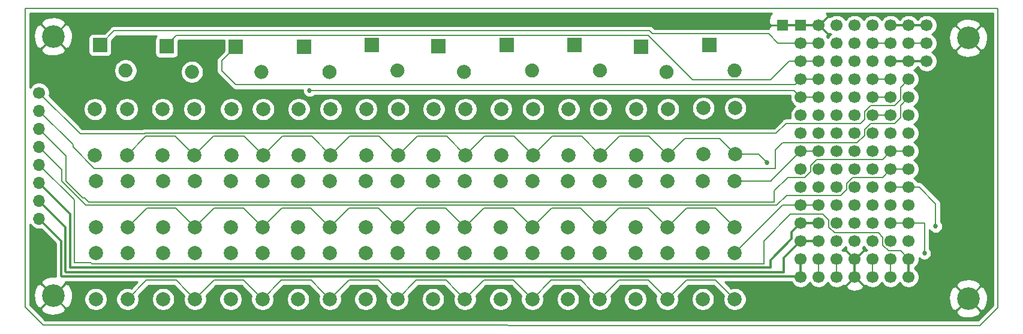
<source format=gbr>
%TF.GenerationSoftware,KiCad,Pcbnew,(5.1.9-0-10_14)*%
%TF.CreationDate,2021-02-12T13:00:48+01:00*%
%TF.ProjectId,teensythumbboard,7465656e-7379-4746-9875-6d62626f6172,1.1*%
%TF.SameCoordinates,PX68290a0PY463f660*%
%TF.FileFunction,Copper,L1,Top*%
%TF.FilePolarity,Positive*%
%FSLAX46Y46*%
G04 Gerber Fmt 4.6, Leading zero omitted, Abs format (unit mm)*
G04 Created by KiCad (PCBNEW (5.1.9-0-10_14)) date 2021-02-12 13:00:48*
%MOMM*%
%LPD*%
G01*
G04 APERTURE LIST*
%TA.AperFunction,Profile*%
%ADD10C,0.150000*%
%TD*%
%TA.AperFunction,ComponentPad*%
%ADD11C,2.000000*%
%TD*%
%TA.AperFunction,ComponentPad*%
%ADD12R,2.000000X2.000000*%
%TD*%
%TA.AperFunction,ComponentPad*%
%ADD13C,1.700000*%
%TD*%
%TA.AperFunction,ComponentPad*%
%ADD14R,1.600000X1.600000*%
%TD*%
%TA.AperFunction,ComponentPad*%
%ADD15C,3.200000*%
%TD*%
%TA.AperFunction,ComponentPad*%
%ADD16O,1.700000X1.700000*%
%TD*%
%TA.AperFunction,ViaPad*%
%ADD17C,0.685800*%
%TD*%
%TA.AperFunction,Conductor*%
%ADD18C,0.200000*%
%TD*%
%TA.AperFunction,Conductor*%
%ADD19C,0.300000*%
%TD*%
%TA.AperFunction,Conductor*%
%ADD20C,0.254000*%
%TD*%
%TA.AperFunction,Conductor*%
%ADD21C,0.150000*%
%TD*%
G04 APERTURE END LIST*
D10*
X-6825000Y-36540000D02*
X130575000Y-36540000D01*
X128035000Y-81340000D02*
X130575000Y-78800000D01*
X-4260000Y-81280000D02*
X-6800000Y-78740000D01*
X128035000Y-81340000D02*
X-4260000Y-81280000D01*
X130575000Y-36540000D02*
X130575000Y-78800000D01*
X-6825000Y-36540000D02*
X-6800000Y-78740000D01*
D11*
X26824000Y-57300000D03*
X22324000Y-57300000D03*
X26824000Y-50800000D03*
X22324000Y-50800000D03*
%TA.AperFunction,ComponentPad*%
G36*
G01*
X54459995Y-44824995D02*
X54459995Y-44824995D01*
G75*
G02*
X55874209Y-44824995I707107J-707107D01*
G01*
X55874209Y-44824995D01*
G75*
G02*
X55874209Y-46239209I-707107J-707107D01*
G01*
X55874209Y-46239209D01*
G75*
G02*
X54459995Y-46239209I-707107J707107D01*
G01*
X54459995Y-46239209D01*
G75*
G02*
X54459995Y-44824995I707107J707107D01*
G01*
G37*
%TD.AperFunction*%
D12*
X51575000Y-41940000D03*
%TA.AperFunction,ComponentPad*%
G36*
G01*
X73659995Y-44624995D02*
X73659995Y-44624995D01*
G75*
G02*
X75074209Y-44624995I707107J-707107D01*
G01*
X75074209Y-44624995D01*
G75*
G02*
X75074209Y-46039209I-707107J-707107D01*
G01*
X75074209Y-46039209D01*
G75*
G02*
X73659995Y-46039209I-707107J707107D01*
G01*
X73659995Y-46039209D01*
G75*
G02*
X73659995Y-44624995I707107J707107D01*
G01*
G37*
%TD.AperFunction*%
X70775000Y-41740000D03*
D11*
X64924000Y-57300000D03*
X60424000Y-57300000D03*
X64924000Y-50800000D03*
X60424000Y-50800000D03*
D12*
X61182898Y-41747898D03*
%TA.AperFunction,ComponentPad*%
G36*
G01*
X64067893Y-44632893D02*
X64067893Y-44632893D01*
G75*
G02*
X65482107Y-44632893I707107J-707107D01*
G01*
X65482107Y-44632893D01*
G75*
G02*
X65482107Y-46047107I-707107J-707107D01*
G01*
X65482107Y-46047107D01*
G75*
G02*
X64067893Y-46047107I-707107J707107D01*
G01*
X64067893Y-46047107D01*
G75*
G02*
X64067893Y-44632893I707107J707107D01*
G01*
G37*
%TD.AperFunction*%
D11*
X83875000Y-67460000D03*
X79375000Y-67460000D03*
X83875000Y-60960000D03*
X79375000Y-60960000D03*
X7675000Y-67460000D03*
X3175000Y-67460000D03*
X7675000Y-60960000D03*
X3175000Y-60960000D03*
D13*
X120495000Y-44020000D03*
X120495000Y-41480000D03*
X120495000Y-38940000D03*
D14*
X102715000Y-38940000D03*
D13*
X102715000Y-41480000D03*
X102715000Y-44020000D03*
X102715000Y-46560000D03*
X102715000Y-49100000D03*
X102715000Y-51640000D03*
X102715000Y-54180000D03*
X102715000Y-56720000D03*
X102715000Y-59260000D03*
X102715000Y-61800000D03*
X102715000Y-64340000D03*
X102715000Y-66880000D03*
X102715000Y-69420000D03*
X117955000Y-38940000D03*
X117955000Y-41480000D03*
X117955000Y-44020000D03*
X117955000Y-46560000D03*
X117955000Y-49100000D03*
X117955000Y-51640000D03*
X117955000Y-54180000D03*
X117955000Y-56720000D03*
X117955000Y-59260000D03*
X117955000Y-61800000D03*
X117955000Y-64340000D03*
X117955000Y-66880000D03*
X117955000Y-69420000D03*
X102715000Y-71960000D03*
X117955000Y-71960000D03*
X105255000Y-38940000D03*
X105255000Y-41480000D03*
X107795000Y-41480000D03*
X107795000Y-44020000D03*
X105255000Y-44020000D03*
X105255000Y-61800000D03*
X105255000Y-64340000D03*
X105255000Y-69420000D03*
X105255000Y-49100000D03*
X105255000Y-59260000D03*
X105255000Y-51640000D03*
X105255000Y-71960000D03*
X105255000Y-54180000D03*
X105255000Y-66880000D03*
X105255000Y-56720000D03*
X105255000Y-46560000D03*
X115415000Y-56720000D03*
X115415000Y-64340000D03*
X115415000Y-46560000D03*
X115415000Y-44020000D03*
X115415000Y-61800000D03*
X115415000Y-59260000D03*
X115415000Y-51640000D03*
X115415000Y-71960000D03*
X115415000Y-69420000D03*
X115415000Y-66880000D03*
X115415000Y-54180000D03*
X115415000Y-41480000D03*
X115415000Y-38940000D03*
X115415000Y-49100000D03*
X107795000Y-46560000D03*
X107795000Y-49100000D03*
X107795000Y-51640000D03*
X107795000Y-54180000D03*
X107795000Y-56720000D03*
X107795000Y-59260000D03*
X107795000Y-61800000D03*
X107795000Y-64340000D03*
X107795000Y-66880000D03*
X107795000Y-69420000D03*
X107795000Y-71960000D03*
X107795000Y-38940000D03*
X110335000Y-51640000D03*
X110335000Y-41480000D03*
X110335000Y-49100000D03*
X110335000Y-54180000D03*
X110335000Y-44020000D03*
X110335000Y-46560000D03*
X110335000Y-61800000D03*
X110335000Y-59260000D03*
X110335000Y-66880000D03*
X110335000Y-69420000D03*
X110335000Y-38940000D03*
X110335000Y-64340000D03*
X110335000Y-71960000D03*
X110335000Y-56720000D03*
X112875000Y-49100000D03*
X112875000Y-44020000D03*
X112875000Y-61800000D03*
X112875000Y-38940000D03*
X112875000Y-69420000D03*
X112875000Y-59260000D03*
X112875000Y-41480000D03*
X112875000Y-66880000D03*
X112875000Y-54180000D03*
X112875000Y-71960000D03*
X112875000Y-56720000D03*
X112875000Y-64340000D03*
X112875000Y-51640000D03*
X112875000Y-46560000D03*
X117955000Y-74500000D03*
X102715000Y-74500000D03*
X115415000Y-74500000D03*
X110335000Y-74500000D03*
X112875000Y-74500000D03*
X105255000Y-74500000D03*
X107795000Y-74500000D03*
D11*
X50899000Y-50800000D03*
X55399000Y-50800000D03*
X50899000Y-57300000D03*
X55399000Y-57300000D03*
X45874000Y-57300000D03*
X41374000Y-57300000D03*
X45874000Y-50800000D03*
X41374000Y-50800000D03*
D14*
X100175000Y-38940000D03*
D12*
X3782898Y-41740000D03*
%TA.AperFunction,ComponentPad*%
G36*
G01*
X6667893Y-44624995D02*
X6667893Y-44624995D01*
G75*
G02*
X8082107Y-44624995I707107J-707107D01*
G01*
X8082107Y-44624995D01*
G75*
G02*
X8082107Y-46039209I-707107J-707107D01*
G01*
X8082107Y-46039209D01*
G75*
G02*
X6667893Y-46039209I-707107J707107D01*
G01*
X6667893Y-46039209D01*
G75*
G02*
X6667893Y-44624995I707107J707107D01*
G01*
G37*
%TD.AperFunction*%
%TA.AperFunction,ComponentPad*%
G36*
G01*
X16059995Y-44824995D02*
X16059995Y-44824995D01*
G75*
G02*
X17474209Y-44824995I707107J-707107D01*
G01*
X17474209Y-44824995D01*
G75*
G02*
X17474209Y-46239209I-707107J-707107D01*
G01*
X17474209Y-46239209D01*
G75*
G02*
X16059995Y-46239209I-707107J707107D01*
G01*
X16059995Y-46239209D01*
G75*
G02*
X16059995Y-44824995I707107J707107D01*
G01*
G37*
%TD.AperFunction*%
X13175000Y-41940000D03*
X22975000Y-41947898D03*
%TA.AperFunction,ComponentPad*%
G36*
G01*
X25859995Y-44832893D02*
X25859995Y-44832893D01*
G75*
G02*
X27274209Y-44832893I707107J-707107D01*
G01*
X27274209Y-44832893D01*
G75*
G02*
X27274209Y-46247107I-707107J-707107D01*
G01*
X27274209Y-46247107D01*
G75*
G02*
X25859995Y-46247107I-707107J707107D01*
G01*
X25859995Y-46247107D01*
G75*
G02*
X25859995Y-44832893I707107J707107D01*
G01*
G37*
%TD.AperFunction*%
%TA.AperFunction,ComponentPad*%
G36*
G01*
X35467893Y-44832893D02*
X35467893Y-44832893D01*
G75*
G02*
X36882107Y-44832893I707107J-707107D01*
G01*
X36882107Y-44832893D01*
G75*
G02*
X36882107Y-46247107I-707107J-707107D01*
G01*
X36882107Y-46247107D01*
G75*
G02*
X35467893Y-46247107I-707107J707107D01*
G01*
X35467893Y-46247107D01*
G75*
G02*
X35467893Y-44832893I707107J707107D01*
G01*
G37*
%TD.AperFunction*%
X32582898Y-41947898D03*
%TA.AperFunction,ComponentPad*%
G36*
G01*
X45067893Y-44632893D02*
X45067893Y-44632893D01*
G75*
G02*
X46482107Y-44632893I707107J-707107D01*
G01*
X46482107Y-44632893D01*
G75*
G02*
X46482107Y-46047107I-707107J-707107D01*
G01*
X46482107Y-46047107D01*
G75*
G02*
X45067893Y-46047107I-707107J707107D01*
G01*
X45067893Y-46047107D01*
G75*
G02*
X45067893Y-44632893I707107J707107D01*
G01*
G37*
%TD.AperFunction*%
X42182898Y-41747898D03*
%TA.AperFunction,ComponentPad*%
G36*
G01*
X83067893Y-44832893D02*
X83067893Y-44832893D01*
G75*
G02*
X84482107Y-44832893I707107J-707107D01*
G01*
X84482107Y-44832893D01*
G75*
G02*
X84482107Y-46247107I-707107J-707107D01*
G01*
X84482107Y-46247107D01*
G75*
G02*
X83067893Y-46247107I-707107J707107D01*
G01*
X83067893Y-46247107D01*
G75*
G02*
X83067893Y-44832893I707107J707107D01*
G01*
G37*
%TD.AperFunction*%
X80182898Y-41947898D03*
%TA.AperFunction,ComponentPad*%
G36*
G01*
X92667893Y-44632893D02*
X92667893Y-44632893D01*
G75*
G02*
X94082107Y-44632893I707107J-707107D01*
G01*
X94082107Y-44632893D01*
G75*
G02*
X94082107Y-46047107I-707107J-707107D01*
G01*
X94082107Y-46047107D01*
G75*
G02*
X92667893Y-46047107I-707107J707107D01*
G01*
X92667893Y-46047107D01*
G75*
G02*
X92667893Y-44632893I707107J707107D01*
G01*
G37*
%TD.AperFunction*%
X89782898Y-41747898D03*
D11*
X7574000Y-57300000D03*
X3074000Y-57300000D03*
X7574000Y-50800000D03*
X3074000Y-50800000D03*
X12599000Y-50800000D03*
X17099000Y-50800000D03*
X12599000Y-57300000D03*
X17099000Y-57300000D03*
X31849000Y-50800000D03*
X36349000Y-50800000D03*
X31849000Y-57300000D03*
X36349000Y-57300000D03*
X74449000Y-57300000D03*
X69949000Y-57300000D03*
X74449000Y-50800000D03*
X69949000Y-50800000D03*
X83974000Y-57300000D03*
X79474000Y-57300000D03*
X83974000Y-50800000D03*
X79474000Y-50800000D03*
X93475000Y-57140000D03*
X88975000Y-57140000D03*
X93475000Y-50640000D03*
X88975000Y-50640000D03*
X17200000Y-67460000D03*
X12700000Y-67460000D03*
X17200000Y-60960000D03*
X12700000Y-60960000D03*
X26725000Y-67460000D03*
X22225000Y-67460000D03*
X26725000Y-60960000D03*
X22225000Y-60960000D03*
X36250000Y-67460000D03*
X31750000Y-67460000D03*
X36250000Y-60960000D03*
X31750000Y-60960000D03*
X45775000Y-67460000D03*
X41275000Y-67460000D03*
X45775000Y-60960000D03*
X41275000Y-60960000D03*
X55300000Y-67460000D03*
X50800000Y-67460000D03*
X55300000Y-60960000D03*
X50800000Y-60960000D03*
X64825000Y-67460000D03*
X60325000Y-67460000D03*
X64825000Y-60960000D03*
X60325000Y-60960000D03*
X74350000Y-67460000D03*
X69850000Y-67460000D03*
X74350000Y-60960000D03*
X69850000Y-60960000D03*
X93400000Y-67460000D03*
X88900000Y-67460000D03*
X93400000Y-60960000D03*
X88900000Y-60960000D03*
D15*
X-2825000Y-77140000D03*
X126375000Y-77540000D03*
X-2825000Y-40540000D03*
D11*
X7675000Y-77620000D03*
X3175000Y-77620000D03*
X7675000Y-71120000D03*
X3175000Y-71120000D03*
X17200000Y-77620000D03*
X12700000Y-77620000D03*
X17200000Y-71120000D03*
X12700000Y-71120000D03*
X26725000Y-77620000D03*
X22225000Y-77620000D03*
X26725000Y-71120000D03*
X22225000Y-71120000D03*
X36250000Y-77620000D03*
X31750000Y-77620000D03*
X36250000Y-71120000D03*
X31750000Y-71120000D03*
X45775000Y-77620000D03*
X41275000Y-77620000D03*
X45775000Y-71120000D03*
X41275000Y-71120000D03*
X55300000Y-77620000D03*
X50800000Y-77620000D03*
X55300000Y-71120000D03*
X50800000Y-71120000D03*
X64825000Y-77620000D03*
X60325000Y-77620000D03*
X64825000Y-71120000D03*
X60325000Y-71120000D03*
X74350000Y-77620000D03*
X69850000Y-77620000D03*
X74350000Y-71120000D03*
X69850000Y-71120000D03*
X83875000Y-77620000D03*
X79375000Y-77620000D03*
X83875000Y-71120000D03*
X79375000Y-71120000D03*
X93400000Y-77620000D03*
X88900000Y-77620000D03*
X93400000Y-71120000D03*
X88900000Y-71120000D03*
D15*
X126375000Y-40740000D03*
D16*
X-4825000Y-66260000D03*
X-4825000Y-63720000D03*
X-4825000Y-61180000D03*
X-4825000Y-58640000D03*
X-4825000Y-56100000D03*
X-4825000Y-53560000D03*
X-4825000Y-51020000D03*
D13*
X-4825000Y-48480000D03*
D17*
X97975000Y-58340000D03*
X33375000Y-48140000D03*
X120175000Y-71140000D03*
X121775000Y-67340000D03*
D18*
X51839000Y-60960000D02*
X50800000Y-60960000D01*
X50800000Y-57399000D02*
X50899000Y-57300000D01*
X25885000Y-50800000D02*
X26924000Y-50800000D01*
X81284000Y-54610000D02*
X83974000Y-57300000D01*
X77139000Y-54610000D02*
X81284000Y-54610000D01*
X74449000Y-57300000D02*
X77139000Y-54610000D01*
X71759000Y-54610000D02*
X74449000Y-57300000D01*
X67614000Y-54610000D02*
X71759000Y-54610000D01*
X64924000Y-57300000D02*
X67614000Y-54610000D01*
X62234000Y-54610000D02*
X64924000Y-57300000D01*
X58089000Y-54610000D02*
X62234000Y-54610000D01*
X55399000Y-57300000D02*
X58089000Y-54610000D01*
X43184000Y-54610000D02*
X45874000Y-57300000D01*
X39039000Y-54610000D02*
X43184000Y-54610000D01*
X36349000Y-57300000D02*
X39039000Y-54610000D01*
X33659000Y-54610000D02*
X36349000Y-57300000D01*
X29514000Y-54610000D02*
X33659000Y-54610000D01*
X26824000Y-57300000D02*
X29514000Y-54610000D01*
X14409000Y-54610000D02*
X17099000Y-57300000D01*
X10264000Y-54610000D02*
X14409000Y-54610000D01*
X7574000Y-57300000D02*
X10264000Y-54610000D01*
X52709000Y-54610000D02*
X55399000Y-57300000D01*
X48564000Y-54610000D02*
X52709000Y-54610000D01*
X45874000Y-57300000D02*
X48564000Y-54610000D01*
X19789000Y-54610000D02*
X17099000Y-57300000D01*
X24134000Y-54610000D02*
X19789000Y-54610000D01*
X26824000Y-57300000D02*
X24134000Y-54610000D01*
X91275000Y-54940000D02*
X93475000Y-57140000D01*
X86334000Y-54940000D02*
X91275000Y-54940000D01*
X83974000Y-57300000D02*
X86334000Y-54940000D01*
X93475000Y-57140000D02*
X96775000Y-57140000D01*
X96775000Y-57140000D02*
X97975000Y-58340000D01*
X97975000Y-58340000D02*
X97975000Y-58340000D01*
X14510000Y-64770000D02*
X17200000Y-67460000D01*
X10365000Y-64770000D02*
X14510000Y-64770000D01*
X7675000Y-67460000D02*
X10365000Y-64770000D01*
X24035000Y-64770000D02*
X26725000Y-67460000D01*
X19890000Y-64770000D02*
X24035000Y-64770000D01*
X17200000Y-67460000D02*
X19890000Y-64770000D01*
X33560000Y-64770000D02*
X36250000Y-67460000D01*
X29415000Y-64770000D02*
X33560000Y-64770000D01*
X26725000Y-67460000D02*
X29415000Y-64770000D01*
X43085000Y-64770000D02*
X45775000Y-67460000D01*
X38940000Y-64770000D02*
X43085000Y-64770000D01*
X36250000Y-67460000D02*
X38940000Y-64770000D01*
X52610000Y-64770000D02*
X55300000Y-67460000D01*
X48465000Y-64770000D02*
X52610000Y-64770000D01*
X45775000Y-67460000D02*
X48465000Y-64770000D01*
X62135000Y-64770000D02*
X64825000Y-67460000D01*
X57990000Y-64770000D02*
X62135000Y-64770000D01*
X55300000Y-67460000D02*
X57990000Y-64770000D01*
X71660000Y-64770000D02*
X74350000Y-67460000D01*
X67515000Y-64770000D02*
X71660000Y-64770000D01*
X64825000Y-67460000D02*
X67515000Y-64770000D01*
X81185000Y-64770000D02*
X83875000Y-67460000D01*
X77040000Y-64770000D02*
X81185000Y-64770000D01*
X74350000Y-67460000D02*
X77040000Y-64770000D01*
X90710000Y-64770000D02*
X93400000Y-67460000D01*
X86565000Y-64770000D02*
X90710000Y-64770000D01*
X83875000Y-67460000D02*
X86565000Y-64770000D01*
X105255000Y-56720000D02*
X102715000Y-56720000D01*
X93400000Y-60960000D02*
X98555000Y-60960000D01*
X98555000Y-60880000D02*
X102715000Y-56720000D01*
X98555000Y-60960000D02*
X98555000Y-60880000D01*
X104052919Y-41480000D02*
X102715000Y-41480000D01*
X105255000Y-41480000D02*
X104052919Y-41480000D01*
X98175001Y-40140001D02*
X99515000Y-41480000D01*
X81775001Y-40140001D02*
X98175001Y-40140001D01*
X81375000Y-39740000D02*
X81775001Y-40140001D01*
X5782898Y-39740000D02*
X81375000Y-39740000D01*
X99515000Y-41480000D02*
X102715000Y-41480000D01*
X3782898Y-41740000D02*
X5782898Y-39740000D01*
X102715000Y-44020000D02*
X105255000Y-44020000D01*
X98474999Y-46640001D02*
X101095000Y-44020000D01*
X81175000Y-40340000D02*
X87475001Y-46640001D01*
X87475001Y-46640001D02*
X98474999Y-46640001D01*
X13175000Y-41940000D02*
X13175000Y-41740000D01*
X14575000Y-40340000D02*
X81175000Y-40340000D01*
X13175000Y-41740000D02*
X14575000Y-40340000D01*
X101095000Y-44020000D02*
X102715000Y-44020000D01*
X102715000Y-46560000D02*
X105255000Y-46560000D01*
X22967102Y-41947898D02*
X20975000Y-43940000D01*
X20975000Y-45340000D02*
X22975000Y-47340000D01*
X20975000Y-43940000D02*
X20975000Y-45340000D01*
X22975000Y-41947898D02*
X22967102Y-41947898D01*
X22975000Y-47340000D02*
X101935000Y-47340000D01*
X101935000Y-47340000D02*
X102715000Y-46560000D01*
X102715000Y-49100000D02*
X105255000Y-49100000D01*
X33375000Y-48140000D02*
X101755000Y-48140000D01*
X101755000Y-48140000D02*
X102715000Y-49100000D01*
X116752919Y-66880000D02*
X115415000Y-66880000D01*
X117955000Y-66880000D02*
X116752919Y-66880000D01*
X120115000Y-66880000D02*
X117955000Y-66880000D01*
X120175000Y-66940000D02*
X120115000Y-66880000D01*
X120175000Y-71140000D02*
X120175000Y-66940000D01*
X116752919Y-61800000D02*
X115415000Y-61800000D01*
X117955000Y-61800000D02*
X116752919Y-61800000D01*
X60835000Y-41400000D02*
X61182898Y-41747898D01*
X121775000Y-67340000D02*
X121775000Y-64140000D01*
X119435000Y-61800000D02*
X117955000Y-61800000D01*
X121775000Y-64140000D02*
X119435000Y-61800000D01*
D19*
X110335000Y-71960000D02*
X110335000Y-74500000D01*
X100175000Y-38940000D02*
X102715000Y-38940000D01*
X105255000Y-38940000D02*
X102715000Y-38940000D01*
D18*
X90710000Y-74930000D02*
X93400000Y-77620000D01*
X86565000Y-74930000D02*
X90710000Y-74930000D01*
X83875000Y-77620000D02*
X86565000Y-74930000D01*
X45775000Y-77620000D02*
X48445989Y-74949011D01*
X24054011Y-74949011D02*
X25725001Y-76620001D01*
X67495989Y-74949011D02*
X71679011Y-74949011D01*
X44775001Y-76620001D02*
X45775000Y-77620000D01*
X81204011Y-74949011D02*
X82875001Y-76620001D01*
X64825000Y-77620000D02*
X67495989Y-74949011D01*
X48445989Y-74949011D02*
X52629011Y-74949011D01*
X43104011Y-74949011D02*
X44775001Y-76620001D01*
X77020989Y-74949011D02*
X81204011Y-74949011D01*
X38920989Y-74949011D02*
X43104011Y-74949011D01*
X62154011Y-74949011D02*
X63825001Y-76620001D01*
X52629011Y-74949011D02*
X54300001Y-76620001D01*
X63825001Y-76620001D02*
X64825000Y-77620000D01*
X26725000Y-77620000D02*
X29395989Y-74949011D01*
X71679011Y-74949011D02*
X73350001Y-76620001D01*
X29395989Y-74949011D02*
X33579011Y-74949011D01*
X17200000Y-77620000D02*
X19870989Y-74949011D01*
X16200001Y-76620001D02*
X17200000Y-77620000D01*
X19870989Y-74949011D02*
X24054011Y-74949011D01*
X35250001Y-76620001D02*
X36250000Y-77620000D01*
X25725001Y-76620001D02*
X26725000Y-77620000D01*
X74350000Y-77620000D02*
X77020989Y-74949011D01*
X33579011Y-74949011D02*
X35250001Y-76620001D01*
X57970989Y-74949011D02*
X62154011Y-74949011D01*
X55300000Y-77620000D02*
X57970989Y-74949011D01*
X73350001Y-76620001D02*
X74350000Y-77620000D01*
X82875001Y-76620001D02*
X83875000Y-77620000D01*
X36250000Y-77620000D02*
X38920989Y-74949011D01*
X54300001Y-76620001D02*
X55300000Y-77620000D01*
X103917081Y-64340000D02*
X105255000Y-64340000D01*
X102715000Y-64340000D02*
X103917081Y-64340000D01*
X7675000Y-77620000D02*
X10345989Y-74949011D01*
X10345989Y-74949011D02*
X14529011Y-74949011D01*
X14529011Y-74949011D02*
X16200001Y-76620001D01*
X93400000Y-71120000D02*
X100180000Y-64340000D01*
X100180000Y-64340000D02*
X102715000Y-64340000D01*
X116804999Y-50250001D02*
X117955000Y-49100000D01*
X115967001Y-52790001D02*
X116804999Y-51952003D01*
X112562997Y-52790001D02*
X115967001Y-52790001D01*
X111724999Y-54492003D02*
X111724999Y-53627999D01*
X99175000Y-59140000D02*
X99175000Y-56540000D01*
X110647003Y-55569999D02*
X111724999Y-54492003D01*
X116804999Y-51952003D02*
X116804999Y-50250001D01*
X100145001Y-55569999D02*
X110647003Y-55569999D01*
X99175000Y-56540000D02*
X100145001Y-55569999D01*
X111724999Y-53627999D02*
X112562997Y-52790001D01*
X-25000Y-56125002D02*
X2989998Y-59140000D01*
X2989998Y-59140000D02*
X99175000Y-59140000D01*
X-25000Y-55820000D02*
X-25000Y-56125002D01*
X-4825000Y-51020000D02*
X-25000Y-55820000D01*
X-4825000Y-48480000D02*
X975000Y-54280000D01*
X10098311Y-54209990D02*
X99244990Y-54209990D01*
X10028301Y-54280000D02*
X10098311Y-54209990D01*
X975000Y-54280000D02*
X10028301Y-54280000D01*
X115967001Y-50250001D02*
X116804999Y-49412003D01*
X116804999Y-47710001D02*
X117955000Y-46560000D01*
X112562997Y-50250001D02*
X115967001Y-50250001D01*
X111724999Y-51087999D02*
X112562997Y-50250001D01*
X111724999Y-52192001D02*
X111724999Y-51087999D01*
X111126999Y-52790001D02*
X111724999Y-52192001D01*
X116804999Y-49412003D02*
X116804999Y-47710001D01*
X99244990Y-54209990D02*
X100664979Y-52790001D01*
X100664979Y-52790001D02*
X111126999Y-52790001D01*
X116752919Y-56720000D02*
X115415000Y-56720000D01*
X117955000Y-56720000D02*
X116752919Y-56720000D01*
X114264999Y-57870001D02*
X115415000Y-56720000D01*
X104942997Y-57870001D02*
X114264999Y-57870001D01*
X-1025000Y-60940000D02*
X1375000Y-63340000D01*
X103267001Y-60410001D02*
X104104999Y-59572003D01*
X-4825000Y-53560000D02*
X-1025000Y-57360000D01*
X2175000Y-63940000D02*
X98975000Y-63940000D01*
X104104999Y-59572003D02*
X104104999Y-58707999D01*
X-1025000Y-57360000D02*
X-1025000Y-60940000D01*
X1375000Y-63340000D02*
X1575000Y-63340000D01*
X104104999Y-58707999D02*
X104942997Y-57870001D01*
X1575000Y-63340000D02*
X2175000Y-63940000D01*
X98975000Y-63940000D02*
X98975000Y-62340000D01*
X100904999Y-60410001D02*
X103267001Y-60410001D01*
X98975000Y-62340000D02*
X100904999Y-60410001D01*
X116617081Y-59260000D02*
X117955000Y-59260000D01*
X115415000Y-59260000D02*
X116617081Y-59260000D01*
X114264999Y-60410001D02*
X115415000Y-59260000D01*
X110022997Y-60410001D02*
X114264999Y-60410001D01*
X99345010Y-64369990D02*
X100764999Y-62950001D01*
X-1625000Y-60940000D02*
X1804990Y-64369990D01*
X-1625000Y-59300000D02*
X-1625000Y-60940000D01*
X109184999Y-61247999D02*
X110022997Y-60410001D01*
X109184999Y-62112003D02*
X109184999Y-61247999D01*
X108347001Y-62950001D02*
X109184999Y-62112003D01*
X1804990Y-64369990D02*
X99345010Y-64369990D01*
X-4825000Y-56100000D02*
X-1625000Y-59300000D01*
X100764999Y-62950001D02*
X108347001Y-62950001D01*
D19*
X117955000Y-71960000D02*
X117955000Y-74500000D01*
D18*
X116804999Y-70809999D02*
X117955000Y-71960000D01*
X114264999Y-69972001D02*
X115102997Y-70809999D01*
X114264999Y-68867999D02*
X114264999Y-69972001D01*
X107482997Y-68269999D02*
X113666999Y-68269999D01*
X97485040Y-72629960D02*
X97485040Y-69429960D01*
X106644999Y-66419997D02*
X106644999Y-67432001D01*
X105855001Y-65629999D02*
X106644999Y-66419997D01*
X101285001Y-65629999D02*
X105855001Y-65629999D01*
X2502841Y-72490010D02*
X2642791Y-72629960D01*
X97485040Y-69429960D02*
X101285001Y-65629999D01*
X2642791Y-72629960D02*
X97485040Y-72629960D01*
X113666999Y-68269999D02*
X114264999Y-68867999D01*
X125010Y-63590010D02*
X125010Y-72490010D01*
X125010Y-72490010D02*
X2502841Y-72490010D01*
X106644999Y-67432001D02*
X107482997Y-68269999D01*
X115102997Y-70809999D02*
X116804999Y-70809999D01*
X-4825000Y-58640000D02*
X125010Y-63590010D01*
D19*
X102715000Y-71960000D02*
X102715000Y-74500000D01*
X102594990Y-74379990D02*
X102715000Y-74500000D01*
X-1585010Y-74379990D02*
X102594990Y-74379990D01*
X-1671002Y-74293998D02*
X-1585010Y-74379990D01*
X-1671002Y-69413998D02*
X-1671002Y-74293998D01*
X-4825000Y-66260000D02*
X-1671002Y-69413998D01*
X102715000Y-69420000D02*
X105255000Y-69420000D01*
X-985020Y-73779980D02*
X100355020Y-73779980D01*
X-1070992Y-73694008D02*
X-985020Y-73779980D01*
X-1070993Y-67474007D02*
X-1070992Y-73694008D01*
X-4825000Y-63720000D02*
X-1070993Y-67474007D01*
X100355020Y-73779980D02*
X100355020Y-71759980D01*
X102695000Y-69420000D02*
X102715000Y-69420000D01*
X100355020Y-71759980D02*
X102695000Y-69420000D01*
X105255000Y-66880000D02*
X102715000Y-66880000D01*
X2414970Y-73179970D02*
X3135030Y-73179970D01*
X2375000Y-73140000D02*
X2414970Y-73179970D01*
X-4825000Y-61180000D02*
X-425000Y-65580000D01*
X3135030Y-73179970D02*
X98415030Y-73179970D01*
X-425000Y-73140000D02*
X2375000Y-73140000D01*
X-425000Y-65580000D02*
X-425000Y-73140000D01*
X2814970Y-73179970D02*
X3135030Y-73179970D01*
X101414999Y-68180001D02*
X102715000Y-66880000D01*
X101414999Y-69100001D02*
X101414999Y-68180001D01*
X98415030Y-72099970D02*
X101414999Y-69100001D01*
X98415030Y-73179970D02*
X98415030Y-72099970D01*
X120495000Y-44020000D02*
X117955000Y-44020000D01*
X117955000Y-44020000D02*
X115415000Y-44020000D01*
X120495000Y-38940000D02*
X117955000Y-38940000D01*
X117955000Y-38940000D02*
X115415000Y-38940000D01*
D18*
X119157081Y-41480000D02*
X120495000Y-41480000D01*
X117955000Y-41480000D02*
X119157081Y-41480000D01*
X105255000Y-73162081D02*
X105255000Y-74500000D01*
X105255000Y-71960000D02*
X105255000Y-73162081D01*
X115415000Y-73162081D02*
X115415000Y-74500000D01*
X115415000Y-71960000D02*
X115415000Y-73162081D01*
X107795000Y-71960000D02*
X107795000Y-74500000D01*
X112875000Y-73297919D02*
X112875000Y-71960000D01*
X112875000Y-74500000D02*
X112875000Y-73297919D01*
X114212919Y-46560000D02*
X112875000Y-46560000D01*
X115415000Y-46560000D02*
X114212919Y-46560000D01*
X114077081Y-51640000D02*
X115415000Y-51640000D01*
X112875000Y-51640000D02*
X114077081Y-51640000D01*
X114212919Y-41480000D02*
X112875000Y-41480000D01*
X115415000Y-41480000D02*
X114212919Y-41480000D01*
X115415000Y-49100000D02*
X112875000Y-49100000D01*
D20*
X129865001Y-78505907D02*
X127741042Y-80629867D01*
X-3965774Y-80570134D01*
X-5640028Y-78895880D01*
X-4562919Y-78895880D01*
X-4434804Y-79377312D01*
X-3967394Y-79648380D01*
X-3456082Y-79823052D01*
X-2920519Y-79894616D01*
X-2381285Y-79860322D01*
X-1859102Y-79721487D01*
X-1374039Y-79483447D01*
X-1215196Y-79377312D01*
X-1193526Y-79295880D01*
X124637081Y-79295880D01*
X124765196Y-79777312D01*
X125232606Y-80048380D01*
X125743918Y-80223052D01*
X126279481Y-80294616D01*
X126818715Y-80260322D01*
X127340898Y-80121487D01*
X127825961Y-79883447D01*
X127984804Y-79777312D01*
X128112919Y-79295880D01*
X126375000Y-77557961D01*
X124637081Y-79295880D01*
X-1193526Y-79295880D01*
X-1087081Y-78895880D01*
X-2825000Y-77157961D01*
X-4562919Y-78895880D01*
X-5640028Y-78895880D01*
X-6090175Y-78445734D01*
X-6091005Y-77044481D01*
X-5579616Y-77044481D01*
X-5545322Y-77583715D01*
X-5406487Y-78105898D01*
X-5168447Y-78590961D01*
X-5062312Y-78749804D01*
X-4580880Y-78877919D01*
X-2842961Y-77140000D01*
X-2807039Y-77140000D01*
X-1069120Y-78877919D01*
X-587688Y-78749804D01*
X-316620Y-78282394D01*
X-141948Y-77771082D01*
X-100242Y-77458967D01*
X1540000Y-77458967D01*
X1540000Y-77781033D01*
X1602832Y-78096912D01*
X1726082Y-78394463D01*
X1905013Y-78662252D01*
X2132748Y-78889987D01*
X2400537Y-79068918D01*
X2698088Y-79192168D01*
X3013967Y-79255000D01*
X3336033Y-79255000D01*
X3651912Y-79192168D01*
X3949463Y-79068918D01*
X4217252Y-78889987D01*
X4444987Y-78662252D01*
X4623918Y-78394463D01*
X4747168Y-78096912D01*
X4810000Y-77781033D01*
X4810000Y-77458967D01*
X4747168Y-77143088D01*
X4623918Y-76845537D01*
X4444987Y-76577748D01*
X4217252Y-76350013D01*
X3949463Y-76171082D01*
X3651912Y-76047832D01*
X3336033Y-75985000D01*
X3013967Y-75985000D01*
X2698088Y-76047832D01*
X2400537Y-76171082D01*
X2132748Y-76350013D01*
X1905013Y-76577748D01*
X1726082Y-76845537D01*
X1602832Y-77143088D01*
X1540000Y-77458967D01*
X-100242Y-77458967D01*
X-70384Y-77235519D01*
X-104678Y-76696285D01*
X-243513Y-76174102D01*
X-481553Y-75689039D01*
X-587688Y-75530196D01*
X-1069120Y-75402081D01*
X-2807039Y-77140000D01*
X-2842961Y-77140000D01*
X-4580880Y-75402081D01*
X-5062312Y-75530196D01*
X-5333380Y-75997606D01*
X-5508052Y-76508918D01*
X-5579616Y-77044481D01*
X-6091005Y-77044481D01*
X-6096938Y-67029340D01*
X-5978475Y-67206632D01*
X-5771632Y-67413475D01*
X-5528411Y-67575990D01*
X-5258158Y-67687932D01*
X-4971260Y-67745000D01*
X-4678740Y-67745000D01*
X-4488082Y-67707075D01*
X-2456002Y-69739155D01*
X-2456001Y-74255435D01*
X-2459799Y-74293998D01*
X-2447082Y-74423119D01*
X-2729481Y-74385384D01*
X-3268715Y-74419678D01*
X-3790898Y-74558513D01*
X-4275961Y-74796553D01*
X-4434804Y-74902688D01*
X-4562919Y-75384120D01*
X-2825000Y-77122039D01*
X-1087081Y-75384120D01*
X-1145394Y-75164990D01*
X9090563Y-75164990D01*
X8191375Y-76064178D01*
X8151912Y-76047832D01*
X7836033Y-75985000D01*
X7513967Y-75985000D01*
X7198088Y-76047832D01*
X6900537Y-76171082D01*
X6632748Y-76350013D01*
X6405013Y-76577748D01*
X6226082Y-76845537D01*
X6102832Y-77143088D01*
X6040000Y-77458967D01*
X6040000Y-77781033D01*
X6102832Y-78096912D01*
X6226082Y-78394463D01*
X6405013Y-78662252D01*
X6632748Y-78889987D01*
X6900537Y-79068918D01*
X7198088Y-79192168D01*
X7513967Y-79255000D01*
X7836033Y-79255000D01*
X8151912Y-79192168D01*
X8449463Y-79068918D01*
X8717252Y-78889987D01*
X8944987Y-78662252D01*
X9123918Y-78394463D01*
X9247168Y-78096912D01*
X9310000Y-77781033D01*
X9310000Y-77458967D01*
X11065000Y-77458967D01*
X11065000Y-77781033D01*
X11127832Y-78096912D01*
X11251082Y-78394463D01*
X11430013Y-78662252D01*
X11657748Y-78889987D01*
X11925537Y-79068918D01*
X12223088Y-79192168D01*
X12538967Y-79255000D01*
X12861033Y-79255000D01*
X13176912Y-79192168D01*
X13474463Y-79068918D01*
X13742252Y-78889987D01*
X13969987Y-78662252D01*
X14148918Y-78394463D01*
X14272168Y-78096912D01*
X14335000Y-77781033D01*
X14335000Y-77458967D01*
X14272168Y-77143088D01*
X14148918Y-76845537D01*
X13969987Y-76577748D01*
X13742252Y-76350013D01*
X13474463Y-76171082D01*
X13176912Y-76047832D01*
X12861033Y-75985000D01*
X12538967Y-75985000D01*
X12223088Y-76047832D01*
X11925537Y-76171082D01*
X11657748Y-76350013D01*
X11430013Y-76577748D01*
X11251082Y-76845537D01*
X11127832Y-77143088D01*
X11065000Y-77458967D01*
X9310000Y-77458967D01*
X9247168Y-77143088D01*
X9230822Y-77103625D01*
X10650436Y-75684011D01*
X14224565Y-75684011D01*
X15644178Y-77103625D01*
X15627832Y-77143088D01*
X15565000Y-77458967D01*
X15565000Y-77781033D01*
X15627832Y-78096912D01*
X15751082Y-78394463D01*
X15930013Y-78662252D01*
X16157748Y-78889987D01*
X16425537Y-79068918D01*
X16723088Y-79192168D01*
X17038967Y-79255000D01*
X17361033Y-79255000D01*
X17676912Y-79192168D01*
X17974463Y-79068918D01*
X18242252Y-78889987D01*
X18469987Y-78662252D01*
X18648918Y-78394463D01*
X18772168Y-78096912D01*
X18835000Y-77781033D01*
X18835000Y-77458967D01*
X20590000Y-77458967D01*
X20590000Y-77781033D01*
X20652832Y-78096912D01*
X20776082Y-78394463D01*
X20955013Y-78662252D01*
X21182748Y-78889987D01*
X21450537Y-79068918D01*
X21748088Y-79192168D01*
X22063967Y-79255000D01*
X22386033Y-79255000D01*
X22701912Y-79192168D01*
X22999463Y-79068918D01*
X23267252Y-78889987D01*
X23494987Y-78662252D01*
X23673918Y-78394463D01*
X23797168Y-78096912D01*
X23860000Y-77781033D01*
X23860000Y-77458967D01*
X23797168Y-77143088D01*
X23673918Y-76845537D01*
X23494987Y-76577748D01*
X23267252Y-76350013D01*
X22999463Y-76171082D01*
X22701912Y-76047832D01*
X22386033Y-75985000D01*
X22063967Y-75985000D01*
X21748088Y-76047832D01*
X21450537Y-76171082D01*
X21182748Y-76350013D01*
X20955013Y-76577748D01*
X20776082Y-76845537D01*
X20652832Y-77143088D01*
X20590000Y-77458967D01*
X18835000Y-77458967D01*
X18772168Y-77143088D01*
X18755822Y-77103625D01*
X20175436Y-75684011D01*
X23749565Y-75684011D01*
X25169178Y-77103625D01*
X25152832Y-77143088D01*
X25090000Y-77458967D01*
X25090000Y-77781033D01*
X25152832Y-78096912D01*
X25276082Y-78394463D01*
X25455013Y-78662252D01*
X25682748Y-78889987D01*
X25950537Y-79068918D01*
X26248088Y-79192168D01*
X26563967Y-79255000D01*
X26886033Y-79255000D01*
X27201912Y-79192168D01*
X27499463Y-79068918D01*
X27767252Y-78889987D01*
X27994987Y-78662252D01*
X28173918Y-78394463D01*
X28297168Y-78096912D01*
X28360000Y-77781033D01*
X28360000Y-77458967D01*
X30115000Y-77458967D01*
X30115000Y-77781033D01*
X30177832Y-78096912D01*
X30301082Y-78394463D01*
X30480013Y-78662252D01*
X30707748Y-78889987D01*
X30975537Y-79068918D01*
X31273088Y-79192168D01*
X31588967Y-79255000D01*
X31911033Y-79255000D01*
X32226912Y-79192168D01*
X32524463Y-79068918D01*
X32792252Y-78889987D01*
X33019987Y-78662252D01*
X33198918Y-78394463D01*
X33322168Y-78096912D01*
X33385000Y-77781033D01*
X33385000Y-77458967D01*
X33322168Y-77143088D01*
X33198918Y-76845537D01*
X33019987Y-76577748D01*
X32792252Y-76350013D01*
X32524463Y-76171082D01*
X32226912Y-76047832D01*
X31911033Y-75985000D01*
X31588967Y-75985000D01*
X31273088Y-76047832D01*
X30975537Y-76171082D01*
X30707748Y-76350013D01*
X30480013Y-76577748D01*
X30301082Y-76845537D01*
X30177832Y-77143088D01*
X30115000Y-77458967D01*
X28360000Y-77458967D01*
X28297168Y-77143088D01*
X28280822Y-77103625D01*
X29700436Y-75684011D01*
X33274565Y-75684011D01*
X34694178Y-77103625D01*
X34677832Y-77143088D01*
X34615000Y-77458967D01*
X34615000Y-77781033D01*
X34677832Y-78096912D01*
X34801082Y-78394463D01*
X34980013Y-78662252D01*
X35207748Y-78889987D01*
X35475537Y-79068918D01*
X35773088Y-79192168D01*
X36088967Y-79255000D01*
X36411033Y-79255000D01*
X36726912Y-79192168D01*
X37024463Y-79068918D01*
X37292252Y-78889987D01*
X37519987Y-78662252D01*
X37698918Y-78394463D01*
X37822168Y-78096912D01*
X37885000Y-77781033D01*
X37885000Y-77458967D01*
X39640000Y-77458967D01*
X39640000Y-77781033D01*
X39702832Y-78096912D01*
X39826082Y-78394463D01*
X40005013Y-78662252D01*
X40232748Y-78889987D01*
X40500537Y-79068918D01*
X40798088Y-79192168D01*
X41113967Y-79255000D01*
X41436033Y-79255000D01*
X41751912Y-79192168D01*
X42049463Y-79068918D01*
X42317252Y-78889987D01*
X42544987Y-78662252D01*
X42723918Y-78394463D01*
X42847168Y-78096912D01*
X42910000Y-77781033D01*
X42910000Y-77458967D01*
X42847168Y-77143088D01*
X42723918Y-76845537D01*
X42544987Y-76577748D01*
X42317252Y-76350013D01*
X42049463Y-76171082D01*
X41751912Y-76047832D01*
X41436033Y-75985000D01*
X41113967Y-75985000D01*
X40798088Y-76047832D01*
X40500537Y-76171082D01*
X40232748Y-76350013D01*
X40005013Y-76577748D01*
X39826082Y-76845537D01*
X39702832Y-77143088D01*
X39640000Y-77458967D01*
X37885000Y-77458967D01*
X37822168Y-77143088D01*
X37805822Y-77103625D01*
X39225436Y-75684011D01*
X42799565Y-75684011D01*
X44219178Y-77103625D01*
X44202832Y-77143088D01*
X44140000Y-77458967D01*
X44140000Y-77781033D01*
X44202832Y-78096912D01*
X44326082Y-78394463D01*
X44505013Y-78662252D01*
X44732748Y-78889987D01*
X45000537Y-79068918D01*
X45298088Y-79192168D01*
X45613967Y-79255000D01*
X45936033Y-79255000D01*
X46251912Y-79192168D01*
X46549463Y-79068918D01*
X46817252Y-78889987D01*
X47044987Y-78662252D01*
X47223918Y-78394463D01*
X47347168Y-78096912D01*
X47410000Y-77781033D01*
X47410000Y-77458967D01*
X49165000Y-77458967D01*
X49165000Y-77781033D01*
X49227832Y-78096912D01*
X49351082Y-78394463D01*
X49530013Y-78662252D01*
X49757748Y-78889987D01*
X50025537Y-79068918D01*
X50323088Y-79192168D01*
X50638967Y-79255000D01*
X50961033Y-79255000D01*
X51276912Y-79192168D01*
X51574463Y-79068918D01*
X51842252Y-78889987D01*
X52069987Y-78662252D01*
X52248918Y-78394463D01*
X52372168Y-78096912D01*
X52435000Y-77781033D01*
X52435000Y-77458967D01*
X52372168Y-77143088D01*
X52248918Y-76845537D01*
X52069987Y-76577748D01*
X51842252Y-76350013D01*
X51574463Y-76171082D01*
X51276912Y-76047832D01*
X50961033Y-75985000D01*
X50638967Y-75985000D01*
X50323088Y-76047832D01*
X50025537Y-76171082D01*
X49757748Y-76350013D01*
X49530013Y-76577748D01*
X49351082Y-76845537D01*
X49227832Y-77143088D01*
X49165000Y-77458967D01*
X47410000Y-77458967D01*
X47347168Y-77143088D01*
X47330822Y-77103625D01*
X48750436Y-75684011D01*
X52324565Y-75684011D01*
X53744178Y-77103625D01*
X53727832Y-77143088D01*
X53665000Y-77458967D01*
X53665000Y-77781033D01*
X53727832Y-78096912D01*
X53851082Y-78394463D01*
X54030013Y-78662252D01*
X54257748Y-78889987D01*
X54525537Y-79068918D01*
X54823088Y-79192168D01*
X55138967Y-79255000D01*
X55461033Y-79255000D01*
X55776912Y-79192168D01*
X56074463Y-79068918D01*
X56342252Y-78889987D01*
X56569987Y-78662252D01*
X56748918Y-78394463D01*
X56872168Y-78096912D01*
X56935000Y-77781033D01*
X56935000Y-77458967D01*
X58690000Y-77458967D01*
X58690000Y-77781033D01*
X58752832Y-78096912D01*
X58876082Y-78394463D01*
X59055013Y-78662252D01*
X59282748Y-78889987D01*
X59550537Y-79068918D01*
X59848088Y-79192168D01*
X60163967Y-79255000D01*
X60486033Y-79255000D01*
X60801912Y-79192168D01*
X61099463Y-79068918D01*
X61367252Y-78889987D01*
X61594987Y-78662252D01*
X61773918Y-78394463D01*
X61897168Y-78096912D01*
X61960000Y-77781033D01*
X61960000Y-77458967D01*
X61897168Y-77143088D01*
X61773918Y-76845537D01*
X61594987Y-76577748D01*
X61367252Y-76350013D01*
X61099463Y-76171082D01*
X60801912Y-76047832D01*
X60486033Y-75985000D01*
X60163967Y-75985000D01*
X59848088Y-76047832D01*
X59550537Y-76171082D01*
X59282748Y-76350013D01*
X59055013Y-76577748D01*
X58876082Y-76845537D01*
X58752832Y-77143088D01*
X58690000Y-77458967D01*
X56935000Y-77458967D01*
X56872168Y-77143088D01*
X56855822Y-77103625D01*
X58275436Y-75684011D01*
X61849565Y-75684011D01*
X63269178Y-77103625D01*
X63252832Y-77143088D01*
X63190000Y-77458967D01*
X63190000Y-77781033D01*
X63252832Y-78096912D01*
X63376082Y-78394463D01*
X63555013Y-78662252D01*
X63782748Y-78889987D01*
X64050537Y-79068918D01*
X64348088Y-79192168D01*
X64663967Y-79255000D01*
X64986033Y-79255000D01*
X65301912Y-79192168D01*
X65599463Y-79068918D01*
X65867252Y-78889987D01*
X66094987Y-78662252D01*
X66273918Y-78394463D01*
X66397168Y-78096912D01*
X66460000Y-77781033D01*
X66460000Y-77458967D01*
X68215000Y-77458967D01*
X68215000Y-77781033D01*
X68277832Y-78096912D01*
X68401082Y-78394463D01*
X68580013Y-78662252D01*
X68807748Y-78889987D01*
X69075537Y-79068918D01*
X69373088Y-79192168D01*
X69688967Y-79255000D01*
X70011033Y-79255000D01*
X70326912Y-79192168D01*
X70624463Y-79068918D01*
X70892252Y-78889987D01*
X71119987Y-78662252D01*
X71298918Y-78394463D01*
X71422168Y-78096912D01*
X71485000Y-77781033D01*
X71485000Y-77458967D01*
X71422168Y-77143088D01*
X71298918Y-76845537D01*
X71119987Y-76577748D01*
X70892252Y-76350013D01*
X70624463Y-76171082D01*
X70326912Y-76047832D01*
X70011033Y-75985000D01*
X69688967Y-75985000D01*
X69373088Y-76047832D01*
X69075537Y-76171082D01*
X68807748Y-76350013D01*
X68580013Y-76577748D01*
X68401082Y-76845537D01*
X68277832Y-77143088D01*
X68215000Y-77458967D01*
X66460000Y-77458967D01*
X66397168Y-77143088D01*
X66380822Y-77103625D01*
X67800436Y-75684011D01*
X71374565Y-75684011D01*
X72794178Y-77103625D01*
X72777832Y-77143088D01*
X72715000Y-77458967D01*
X72715000Y-77781033D01*
X72777832Y-78096912D01*
X72901082Y-78394463D01*
X73080013Y-78662252D01*
X73307748Y-78889987D01*
X73575537Y-79068918D01*
X73873088Y-79192168D01*
X74188967Y-79255000D01*
X74511033Y-79255000D01*
X74826912Y-79192168D01*
X75124463Y-79068918D01*
X75392252Y-78889987D01*
X75619987Y-78662252D01*
X75798918Y-78394463D01*
X75922168Y-78096912D01*
X75985000Y-77781033D01*
X75985000Y-77458967D01*
X77740000Y-77458967D01*
X77740000Y-77781033D01*
X77802832Y-78096912D01*
X77926082Y-78394463D01*
X78105013Y-78662252D01*
X78332748Y-78889987D01*
X78600537Y-79068918D01*
X78898088Y-79192168D01*
X79213967Y-79255000D01*
X79536033Y-79255000D01*
X79851912Y-79192168D01*
X80149463Y-79068918D01*
X80417252Y-78889987D01*
X80644987Y-78662252D01*
X80823918Y-78394463D01*
X80947168Y-78096912D01*
X81010000Y-77781033D01*
X81010000Y-77458967D01*
X80947168Y-77143088D01*
X80823918Y-76845537D01*
X80644987Y-76577748D01*
X80417252Y-76350013D01*
X80149463Y-76171082D01*
X79851912Y-76047832D01*
X79536033Y-75985000D01*
X79213967Y-75985000D01*
X78898088Y-76047832D01*
X78600537Y-76171082D01*
X78332748Y-76350013D01*
X78105013Y-76577748D01*
X77926082Y-76845537D01*
X77802832Y-77143088D01*
X77740000Y-77458967D01*
X75985000Y-77458967D01*
X75922168Y-77143088D01*
X75905822Y-77103625D01*
X77325436Y-75684011D01*
X80899565Y-75684011D01*
X82319178Y-77103625D01*
X82302832Y-77143088D01*
X82240000Y-77458967D01*
X82240000Y-77781033D01*
X82302832Y-78096912D01*
X82426082Y-78394463D01*
X82605013Y-78662252D01*
X82832748Y-78889987D01*
X83100537Y-79068918D01*
X83398088Y-79192168D01*
X83713967Y-79255000D01*
X84036033Y-79255000D01*
X84351912Y-79192168D01*
X84649463Y-79068918D01*
X84917252Y-78889987D01*
X85144987Y-78662252D01*
X85323918Y-78394463D01*
X85447168Y-78096912D01*
X85510000Y-77781033D01*
X85510000Y-77458967D01*
X87265000Y-77458967D01*
X87265000Y-77781033D01*
X87327832Y-78096912D01*
X87451082Y-78394463D01*
X87630013Y-78662252D01*
X87857748Y-78889987D01*
X88125537Y-79068918D01*
X88423088Y-79192168D01*
X88738967Y-79255000D01*
X89061033Y-79255000D01*
X89376912Y-79192168D01*
X89674463Y-79068918D01*
X89942252Y-78889987D01*
X90169987Y-78662252D01*
X90348918Y-78394463D01*
X90472168Y-78096912D01*
X90535000Y-77781033D01*
X90535000Y-77458967D01*
X90472168Y-77143088D01*
X90348918Y-76845537D01*
X90169987Y-76577748D01*
X89942252Y-76350013D01*
X89674463Y-76171082D01*
X89376912Y-76047832D01*
X89061033Y-75985000D01*
X88738967Y-75985000D01*
X88423088Y-76047832D01*
X88125537Y-76171082D01*
X87857748Y-76350013D01*
X87630013Y-76577748D01*
X87451082Y-76845537D01*
X87327832Y-77143088D01*
X87265000Y-77458967D01*
X85510000Y-77458967D01*
X85447168Y-77143088D01*
X85430822Y-77103625D01*
X86869447Y-75665000D01*
X90405554Y-75665000D01*
X91844178Y-77103625D01*
X91827832Y-77143088D01*
X91765000Y-77458967D01*
X91765000Y-77781033D01*
X91827832Y-78096912D01*
X91951082Y-78394463D01*
X92130013Y-78662252D01*
X92357748Y-78889987D01*
X92625537Y-79068918D01*
X92923088Y-79192168D01*
X93238967Y-79255000D01*
X93561033Y-79255000D01*
X93876912Y-79192168D01*
X94174463Y-79068918D01*
X94442252Y-78889987D01*
X94669987Y-78662252D01*
X94848918Y-78394463D01*
X94972168Y-78096912D01*
X95035000Y-77781033D01*
X95035000Y-77458967D01*
X95032119Y-77444481D01*
X123620384Y-77444481D01*
X123654678Y-77983715D01*
X123793513Y-78505898D01*
X124031553Y-78990961D01*
X124137688Y-79149804D01*
X124619120Y-79277919D01*
X126357039Y-77540000D01*
X126392961Y-77540000D01*
X128130880Y-79277919D01*
X128612312Y-79149804D01*
X128883380Y-78682394D01*
X129058052Y-78171082D01*
X129129616Y-77635519D01*
X129095322Y-77096285D01*
X128956487Y-76574102D01*
X128718447Y-76089039D01*
X128612312Y-75930196D01*
X128130880Y-75802081D01*
X126392961Y-77540000D01*
X126357039Y-77540000D01*
X124619120Y-75802081D01*
X124137688Y-75930196D01*
X123866620Y-76397606D01*
X123691948Y-76908918D01*
X123620384Y-77444481D01*
X95032119Y-77444481D01*
X94972168Y-77143088D01*
X94848918Y-76845537D01*
X94669987Y-76577748D01*
X94442252Y-76350013D01*
X94174463Y-76171082D01*
X93876912Y-76047832D01*
X93561033Y-75985000D01*
X93238967Y-75985000D01*
X92923088Y-76047832D01*
X92883625Y-76064178D01*
X91984436Y-75164990D01*
X101383096Y-75164990D01*
X101399010Y-75203411D01*
X101561525Y-75446632D01*
X101768368Y-75653475D01*
X102011589Y-75815990D01*
X102281842Y-75927932D01*
X102568740Y-75985000D01*
X102861260Y-75985000D01*
X103148158Y-75927932D01*
X103418411Y-75815990D01*
X103661632Y-75653475D01*
X103868475Y-75446632D01*
X103985000Y-75272240D01*
X104101525Y-75446632D01*
X104308368Y-75653475D01*
X104551589Y-75815990D01*
X104821842Y-75927932D01*
X105108740Y-75985000D01*
X105401260Y-75985000D01*
X105688158Y-75927932D01*
X105958411Y-75815990D01*
X106201632Y-75653475D01*
X106408475Y-75446632D01*
X106525000Y-75272240D01*
X106641525Y-75446632D01*
X106848368Y-75653475D01*
X107091589Y-75815990D01*
X107361842Y-75927932D01*
X107648740Y-75985000D01*
X107941260Y-75985000D01*
X108228158Y-75927932D01*
X108498411Y-75815990D01*
X108637619Y-75722974D01*
X109129987Y-75722974D01*
X109168174Y-76127605D01*
X109508124Y-76323967D01*
X109879851Y-76450236D01*
X110269069Y-76501558D01*
X110660820Y-76475961D01*
X111040050Y-76374429D01*
X111392185Y-76200864D01*
X111501826Y-76127605D01*
X111540013Y-75722974D01*
X110335000Y-74517961D01*
X109129987Y-75722974D01*
X108637619Y-75722974D01*
X108719886Y-75668005D01*
X109112026Y-75705013D01*
X110317039Y-74500000D01*
X110302897Y-74485858D01*
X110320858Y-74467897D01*
X110335000Y-74482039D01*
X110349142Y-74467897D01*
X110367103Y-74485858D01*
X110352961Y-74500000D01*
X111557974Y-75705013D01*
X111950114Y-75668005D01*
X112171589Y-75815990D01*
X112441842Y-75927932D01*
X112728740Y-75985000D01*
X113021260Y-75985000D01*
X113308158Y-75927932D01*
X113578411Y-75815990D01*
X113821632Y-75653475D01*
X114028475Y-75446632D01*
X114145000Y-75272240D01*
X114261525Y-75446632D01*
X114468368Y-75653475D01*
X114711589Y-75815990D01*
X114981842Y-75927932D01*
X115268740Y-75985000D01*
X115561260Y-75985000D01*
X115848158Y-75927932D01*
X116118411Y-75815990D01*
X116361632Y-75653475D01*
X116568475Y-75446632D01*
X116685000Y-75272240D01*
X116801525Y-75446632D01*
X117008368Y-75653475D01*
X117251589Y-75815990D01*
X117521842Y-75927932D01*
X117808740Y-75985000D01*
X118101260Y-75985000D01*
X118388158Y-75927932D01*
X118658411Y-75815990D01*
X118706107Y-75784120D01*
X124637081Y-75784120D01*
X126375000Y-77522039D01*
X128112919Y-75784120D01*
X127984804Y-75302688D01*
X127517394Y-75031620D01*
X127006082Y-74856948D01*
X126470519Y-74785384D01*
X125931285Y-74819678D01*
X125409102Y-74958513D01*
X124924039Y-75196553D01*
X124765196Y-75302688D01*
X124637081Y-75784120D01*
X118706107Y-75784120D01*
X118901632Y-75653475D01*
X119108475Y-75446632D01*
X119270990Y-75203411D01*
X119382932Y-74933158D01*
X119440000Y-74646260D01*
X119440000Y-74353740D01*
X119382932Y-74066842D01*
X119270990Y-73796589D01*
X119108475Y-73553368D01*
X118901632Y-73346525D01*
X118740000Y-73238526D01*
X118740000Y-73221474D01*
X118901632Y-73113475D01*
X119108475Y-72906632D01*
X119270990Y-72663411D01*
X119382932Y-72393158D01*
X119440000Y-72106260D01*
X119440000Y-71813740D01*
X119433599Y-71781559D01*
X119551625Y-71899585D01*
X119711790Y-72006604D01*
X119889757Y-72080320D01*
X120078685Y-72117900D01*
X120271315Y-72117900D01*
X120460243Y-72080320D01*
X120638210Y-72006604D01*
X120798375Y-71899585D01*
X120934585Y-71763375D01*
X121041604Y-71603210D01*
X121115320Y-71425243D01*
X121152900Y-71236315D01*
X121152900Y-71043685D01*
X121115320Y-70854757D01*
X121041604Y-70676790D01*
X120934585Y-70516625D01*
X120910000Y-70492040D01*
X120910000Y-67805611D01*
X121015415Y-67963375D01*
X121151625Y-68099585D01*
X121311790Y-68206604D01*
X121489757Y-68280320D01*
X121678685Y-68317900D01*
X121871315Y-68317900D01*
X122060243Y-68280320D01*
X122238210Y-68206604D01*
X122398375Y-68099585D01*
X122534585Y-67963375D01*
X122641604Y-67803210D01*
X122715320Y-67625243D01*
X122752900Y-67436315D01*
X122752900Y-67243685D01*
X122715320Y-67054757D01*
X122641604Y-66876790D01*
X122534585Y-66716625D01*
X122510000Y-66692040D01*
X122510000Y-64176105D01*
X122513556Y-64140000D01*
X122499365Y-63995915D01*
X122457337Y-63857366D01*
X122389087Y-63729680D01*
X122320253Y-63645806D01*
X122297238Y-63617762D01*
X122269193Y-63594746D01*
X119980259Y-61305812D01*
X119957238Y-61277762D01*
X119845320Y-61185913D01*
X119717633Y-61117663D01*
X119579085Y-61075635D01*
X119471105Y-61065000D01*
X119435000Y-61061444D01*
X119398895Y-61065000D01*
X119249883Y-61065000D01*
X119108475Y-60853368D01*
X118901632Y-60646525D01*
X118727240Y-60530000D01*
X118901632Y-60413475D01*
X119108475Y-60206632D01*
X119270990Y-59963411D01*
X119382932Y-59693158D01*
X119440000Y-59406260D01*
X119440000Y-59113740D01*
X119382932Y-58826842D01*
X119270990Y-58556589D01*
X119108475Y-58313368D01*
X118901632Y-58106525D01*
X118727240Y-57990000D01*
X118901632Y-57873475D01*
X119108475Y-57666632D01*
X119270990Y-57423411D01*
X119382932Y-57153158D01*
X119440000Y-56866260D01*
X119440000Y-56573740D01*
X119382932Y-56286842D01*
X119270990Y-56016589D01*
X119108475Y-55773368D01*
X118901632Y-55566525D01*
X118727240Y-55450000D01*
X118901632Y-55333475D01*
X119108475Y-55126632D01*
X119270990Y-54883411D01*
X119382932Y-54613158D01*
X119440000Y-54326260D01*
X119440000Y-54033740D01*
X119382932Y-53746842D01*
X119270990Y-53476589D01*
X119108475Y-53233368D01*
X118901632Y-53026525D01*
X118727240Y-52910000D01*
X118901632Y-52793475D01*
X119108475Y-52586632D01*
X119270990Y-52343411D01*
X119382932Y-52073158D01*
X119440000Y-51786260D01*
X119440000Y-51493740D01*
X119382932Y-51206842D01*
X119270990Y-50936589D01*
X119108475Y-50693368D01*
X118901632Y-50486525D01*
X118727240Y-50370000D01*
X118901632Y-50253475D01*
X119108475Y-50046632D01*
X119270990Y-49803411D01*
X119382932Y-49533158D01*
X119440000Y-49246260D01*
X119440000Y-48953740D01*
X119382932Y-48666842D01*
X119270990Y-48396589D01*
X119108475Y-48153368D01*
X118901632Y-47946525D01*
X118727240Y-47830000D01*
X118901632Y-47713475D01*
X119108475Y-47506632D01*
X119270990Y-47263411D01*
X119382932Y-46993158D01*
X119440000Y-46706260D01*
X119440000Y-46413740D01*
X119382932Y-46126842D01*
X119270990Y-45856589D01*
X119108475Y-45613368D01*
X118901632Y-45406525D01*
X118727240Y-45290000D01*
X118901632Y-45173475D01*
X119108475Y-44966632D01*
X119216474Y-44805000D01*
X119233526Y-44805000D01*
X119341525Y-44966632D01*
X119548368Y-45173475D01*
X119791589Y-45335990D01*
X120061842Y-45447932D01*
X120348740Y-45505000D01*
X120641260Y-45505000D01*
X120928158Y-45447932D01*
X121198411Y-45335990D01*
X121441632Y-45173475D01*
X121648475Y-44966632D01*
X121810990Y-44723411D01*
X121922932Y-44453158D01*
X121980000Y-44166260D01*
X121980000Y-43873740D01*
X121922932Y-43586842D01*
X121810990Y-43316589D01*
X121648475Y-43073368D01*
X121441632Y-42866525D01*
X121267240Y-42750000D01*
X121441632Y-42633475D01*
X121579227Y-42495880D01*
X124637081Y-42495880D01*
X124765196Y-42977312D01*
X125232606Y-43248380D01*
X125743918Y-43423052D01*
X126279481Y-43494616D01*
X126818715Y-43460322D01*
X127340898Y-43321487D01*
X127825961Y-43083447D01*
X127984804Y-42977312D01*
X128112919Y-42495880D01*
X126375000Y-40757961D01*
X124637081Y-42495880D01*
X121579227Y-42495880D01*
X121648475Y-42426632D01*
X121810990Y-42183411D01*
X121922932Y-41913158D01*
X121980000Y-41626260D01*
X121980000Y-41333740D01*
X121922932Y-41046842D01*
X121810990Y-40776589D01*
X121722719Y-40644481D01*
X123620384Y-40644481D01*
X123654678Y-41183715D01*
X123793513Y-41705898D01*
X124031553Y-42190961D01*
X124137688Y-42349804D01*
X124619120Y-42477919D01*
X126357039Y-40740000D01*
X126392961Y-40740000D01*
X128130880Y-42477919D01*
X128612312Y-42349804D01*
X128883380Y-41882394D01*
X129058052Y-41371082D01*
X129129616Y-40835519D01*
X129095322Y-40296285D01*
X128956487Y-39774102D01*
X128718447Y-39289039D01*
X128612312Y-39130196D01*
X128130880Y-39002081D01*
X126392961Y-40740000D01*
X126357039Y-40740000D01*
X124619120Y-39002081D01*
X124137688Y-39130196D01*
X123866620Y-39597606D01*
X123691948Y-40108918D01*
X123620384Y-40644481D01*
X121722719Y-40644481D01*
X121648475Y-40533368D01*
X121441632Y-40326525D01*
X121267240Y-40210000D01*
X121441632Y-40093475D01*
X121648475Y-39886632D01*
X121810990Y-39643411D01*
X121922932Y-39373158D01*
X121980000Y-39086260D01*
X121980000Y-38984120D01*
X124637081Y-38984120D01*
X126375000Y-40722039D01*
X128112919Y-38984120D01*
X127984804Y-38502688D01*
X127517394Y-38231620D01*
X127006082Y-38056948D01*
X126470519Y-37985384D01*
X125931285Y-38019678D01*
X125409102Y-38158513D01*
X124924039Y-38396553D01*
X124765196Y-38502688D01*
X124637081Y-38984120D01*
X121980000Y-38984120D01*
X121980000Y-38793740D01*
X121922932Y-38506842D01*
X121810990Y-38236589D01*
X121648475Y-37993368D01*
X121441632Y-37786525D01*
X121198411Y-37624010D01*
X120928158Y-37512068D01*
X120641260Y-37455000D01*
X120348740Y-37455000D01*
X120061842Y-37512068D01*
X119791589Y-37624010D01*
X119548368Y-37786525D01*
X119341525Y-37993368D01*
X119233526Y-38155000D01*
X119216474Y-38155000D01*
X119108475Y-37993368D01*
X118901632Y-37786525D01*
X118658411Y-37624010D01*
X118388158Y-37512068D01*
X118101260Y-37455000D01*
X117808740Y-37455000D01*
X117521842Y-37512068D01*
X117251589Y-37624010D01*
X117008368Y-37786525D01*
X116801525Y-37993368D01*
X116693526Y-38155000D01*
X116676474Y-38155000D01*
X116568475Y-37993368D01*
X116361632Y-37786525D01*
X116118411Y-37624010D01*
X115848158Y-37512068D01*
X115561260Y-37455000D01*
X115268740Y-37455000D01*
X114981842Y-37512068D01*
X114711589Y-37624010D01*
X114468368Y-37786525D01*
X114261525Y-37993368D01*
X114145000Y-38167760D01*
X114028475Y-37993368D01*
X113821632Y-37786525D01*
X113578411Y-37624010D01*
X113308158Y-37512068D01*
X113021260Y-37455000D01*
X112728740Y-37455000D01*
X112441842Y-37512068D01*
X112171589Y-37624010D01*
X111928368Y-37786525D01*
X111721525Y-37993368D01*
X111605000Y-38167760D01*
X111488475Y-37993368D01*
X111281632Y-37786525D01*
X111038411Y-37624010D01*
X110768158Y-37512068D01*
X110481260Y-37455000D01*
X110188740Y-37455000D01*
X109901842Y-37512068D01*
X109631589Y-37624010D01*
X109388368Y-37786525D01*
X109181525Y-37993368D01*
X109065000Y-38167760D01*
X108948475Y-37993368D01*
X108741632Y-37786525D01*
X108498411Y-37624010D01*
X108228158Y-37512068D01*
X107941260Y-37455000D01*
X107648740Y-37455000D01*
X107361842Y-37512068D01*
X107091589Y-37624010D01*
X106870114Y-37771995D01*
X106477974Y-37734987D01*
X105272961Y-38940000D01*
X106477974Y-40145013D01*
X106870114Y-40108005D01*
X107022760Y-40210000D01*
X106848368Y-40326525D01*
X106641525Y-40533368D01*
X106525000Y-40707760D01*
X106423005Y-40555114D01*
X106460013Y-40162974D01*
X105255000Y-38957961D01*
X105240858Y-38972103D01*
X105222897Y-38954142D01*
X105237039Y-38940000D01*
X105222897Y-38925858D01*
X105240858Y-38907897D01*
X105255000Y-38922039D01*
X106460013Y-37717026D01*
X106421826Y-37312395D01*
X106313805Y-37250000D01*
X129865000Y-37250000D01*
X129865001Y-78505907D01*
%TA.AperFunction,Conductor*%
D21*
G36*
X129865001Y-78505907D02*
G01*
X127741042Y-80629867D01*
X-3965774Y-80570134D01*
X-5640028Y-78895880D01*
X-4562919Y-78895880D01*
X-4434804Y-79377312D01*
X-3967394Y-79648380D01*
X-3456082Y-79823052D01*
X-2920519Y-79894616D01*
X-2381285Y-79860322D01*
X-1859102Y-79721487D01*
X-1374039Y-79483447D01*
X-1215196Y-79377312D01*
X-1193526Y-79295880D01*
X124637081Y-79295880D01*
X124765196Y-79777312D01*
X125232606Y-80048380D01*
X125743918Y-80223052D01*
X126279481Y-80294616D01*
X126818715Y-80260322D01*
X127340898Y-80121487D01*
X127825961Y-79883447D01*
X127984804Y-79777312D01*
X128112919Y-79295880D01*
X126375000Y-77557961D01*
X124637081Y-79295880D01*
X-1193526Y-79295880D01*
X-1087081Y-78895880D01*
X-2825000Y-77157961D01*
X-4562919Y-78895880D01*
X-5640028Y-78895880D01*
X-6090175Y-78445734D01*
X-6091005Y-77044481D01*
X-5579616Y-77044481D01*
X-5545322Y-77583715D01*
X-5406487Y-78105898D01*
X-5168447Y-78590961D01*
X-5062312Y-78749804D01*
X-4580880Y-78877919D01*
X-2842961Y-77140000D01*
X-2807039Y-77140000D01*
X-1069120Y-78877919D01*
X-587688Y-78749804D01*
X-316620Y-78282394D01*
X-141948Y-77771082D01*
X-100242Y-77458967D01*
X1540000Y-77458967D01*
X1540000Y-77781033D01*
X1602832Y-78096912D01*
X1726082Y-78394463D01*
X1905013Y-78662252D01*
X2132748Y-78889987D01*
X2400537Y-79068918D01*
X2698088Y-79192168D01*
X3013967Y-79255000D01*
X3336033Y-79255000D01*
X3651912Y-79192168D01*
X3949463Y-79068918D01*
X4217252Y-78889987D01*
X4444987Y-78662252D01*
X4623918Y-78394463D01*
X4747168Y-78096912D01*
X4810000Y-77781033D01*
X4810000Y-77458967D01*
X4747168Y-77143088D01*
X4623918Y-76845537D01*
X4444987Y-76577748D01*
X4217252Y-76350013D01*
X3949463Y-76171082D01*
X3651912Y-76047832D01*
X3336033Y-75985000D01*
X3013967Y-75985000D01*
X2698088Y-76047832D01*
X2400537Y-76171082D01*
X2132748Y-76350013D01*
X1905013Y-76577748D01*
X1726082Y-76845537D01*
X1602832Y-77143088D01*
X1540000Y-77458967D01*
X-100242Y-77458967D01*
X-70384Y-77235519D01*
X-104678Y-76696285D01*
X-243513Y-76174102D01*
X-481553Y-75689039D01*
X-587688Y-75530196D01*
X-1069120Y-75402081D01*
X-2807039Y-77140000D01*
X-2842961Y-77140000D01*
X-4580880Y-75402081D01*
X-5062312Y-75530196D01*
X-5333380Y-75997606D01*
X-5508052Y-76508918D01*
X-5579616Y-77044481D01*
X-6091005Y-77044481D01*
X-6096938Y-67029340D01*
X-5978475Y-67206632D01*
X-5771632Y-67413475D01*
X-5528411Y-67575990D01*
X-5258158Y-67687932D01*
X-4971260Y-67745000D01*
X-4678740Y-67745000D01*
X-4488082Y-67707075D01*
X-2456002Y-69739155D01*
X-2456001Y-74255435D01*
X-2459799Y-74293998D01*
X-2447082Y-74423119D01*
X-2729481Y-74385384D01*
X-3268715Y-74419678D01*
X-3790898Y-74558513D01*
X-4275961Y-74796553D01*
X-4434804Y-74902688D01*
X-4562919Y-75384120D01*
X-2825000Y-77122039D01*
X-1087081Y-75384120D01*
X-1145394Y-75164990D01*
X9090563Y-75164990D01*
X8191375Y-76064178D01*
X8151912Y-76047832D01*
X7836033Y-75985000D01*
X7513967Y-75985000D01*
X7198088Y-76047832D01*
X6900537Y-76171082D01*
X6632748Y-76350013D01*
X6405013Y-76577748D01*
X6226082Y-76845537D01*
X6102832Y-77143088D01*
X6040000Y-77458967D01*
X6040000Y-77781033D01*
X6102832Y-78096912D01*
X6226082Y-78394463D01*
X6405013Y-78662252D01*
X6632748Y-78889987D01*
X6900537Y-79068918D01*
X7198088Y-79192168D01*
X7513967Y-79255000D01*
X7836033Y-79255000D01*
X8151912Y-79192168D01*
X8449463Y-79068918D01*
X8717252Y-78889987D01*
X8944987Y-78662252D01*
X9123918Y-78394463D01*
X9247168Y-78096912D01*
X9310000Y-77781033D01*
X9310000Y-77458967D01*
X11065000Y-77458967D01*
X11065000Y-77781033D01*
X11127832Y-78096912D01*
X11251082Y-78394463D01*
X11430013Y-78662252D01*
X11657748Y-78889987D01*
X11925537Y-79068918D01*
X12223088Y-79192168D01*
X12538967Y-79255000D01*
X12861033Y-79255000D01*
X13176912Y-79192168D01*
X13474463Y-79068918D01*
X13742252Y-78889987D01*
X13969987Y-78662252D01*
X14148918Y-78394463D01*
X14272168Y-78096912D01*
X14335000Y-77781033D01*
X14335000Y-77458967D01*
X14272168Y-77143088D01*
X14148918Y-76845537D01*
X13969987Y-76577748D01*
X13742252Y-76350013D01*
X13474463Y-76171082D01*
X13176912Y-76047832D01*
X12861033Y-75985000D01*
X12538967Y-75985000D01*
X12223088Y-76047832D01*
X11925537Y-76171082D01*
X11657748Y-76350013D01*
X11430013Y-76577748D01*
X11251082Y-76845537D01*
X11127832Y-77143088D01*
X11065000Y-77458967D01*
X9310000Y-77458967D01*
X9247168Y-77143088D01*
X9230822Y-77103625D01*
X10650436Y-75684011D01*
X14224565Y-75684011D01*
X15644178Y-77103625D01*
X15627832Y-77143088D01*
X15565000Y-77458967D01*
X15565000Y-77781033D01*
X15627832Y-78096912D01*
X15751082Y-78394463D01*
X15930013Y-78662252D01*
X16157748Y-78889987D01*
X16425537Y-79068918D01*
X16723088Y-79192168D01*
X17038967Y-79255000D01*
X17361033Y-79255000D01*
X17676912Y-79192168D01*
X17974463Y-79068918D01*
X18242252Y-78889987D01*
X18469987Y-78662252D01*
X18648918Y-78394463D01*
X18772168Y-78096912D01*
X18835000Y-77781033D01*
X18835000Y-77458967D01*
X20590000Y-77458967D01*
X20590000Y-77781033D01*
X20652832Y-78096912D01*
X20776082Y-78394463D01*
X20955013Y-78662252D01*
X21182748Y-78889987D01*
X21450537Y-79068918D01*
X21748088Y-79192168D01*
X22063967Y-79255000D01*
X22386033Y-79255000D01*
X22701912Y-79192168D01*
X22999463Y-79068918D01*
X23267252Y-78889987D01*
X23494987Y-78662252D01*
X23673918Y-78394463D01*
X23797168Y-78096912D01*
X23860000Y-77781033D01*
X23860000Y-77458967D01*
X23797168Y-77143088D01*
X23673918Y-76845537D01*
X23494987Y-76577748D01*
X23267252Y-76350013D01*
X22999463Y-76171082D01*
X22701912Y-76047832D01*
X22386033Y-75985000D01*
X22063967Y-75985000D01*
X21748088Y-76047832D01*
X21450537Y-76171082D01*
X21182748Y-76350013D01*
X20955013Y-76577748D01*
X20776082Y-76845537D01*
X20652832Y-77143088D01*
X20590000Y-77458967D01*
X18835000Y-77458967D01*
X18772168Y-77143088D01*
X18755822Y-77103625D01*
X20175436Y-75684011D01*
X23749565Y-75684011D01*
X25169178Y-77103625D01*
X25152832Y-77143088D01*
X25090000Y-77458967D01*
X25090000Y-77781033D01*
X25152832Y-78096912D01*
X25276082Y-78394463D01*
X25455013Y-78662252D01*
X25682748Y-78889987D01*
X25950537Y-79068918D01*
X26248088Y-79192168D01*
X26563967Y-79255000D01*
X26886033Y-79255000D01*
X27201912Y-79192168D01*
X27499463Y-79068918D01*
X27767252Y-78889987D01*
X27994987Y-78662252D01*
X28173918Y-78394463D01*
X28297168Y-78096912D01*
X28360000Y-77781033D01*
X28360000Y-77458967D01*
X30115000Y-77458967D01*
X30115000Y-77781033D01*
X30177832Y-78096912D01*
X30301082Y-78394463D01*
X30480013Y-78662252D01*
X30707748Y-78889987D01*
X30975537Y-79068918D01*
X31273088Y-79192168D01*
X31588967Y-79255000D01*
X31911033Y-79255000D01*
X32226912Y-79192168D01*
X32524463Y-79068918D01*
X32792252Y-78889987D01*
X33019987Y-78662252D01*
X33198918Y-78394463D01*
X33322168Y-78096912D01*
X33385000Y-77781033D01*
X33385000Y-77458967D01*
X33322168Y-77143088D01*
X33198918Y-76845537D01*
X33019987Y-76577748D01*
X32792252Y-76350013D01*
X32524463Y-76171082D01*
X32226912Y-76047832D01*
X31911033Y-75985000D01*
X31588967Y-75985000D01*
X31273088Y-76047832D01*
X30975537Y-76171082D01*
X30707748Y-76350013D01*
X30480013Y-76577748D01*
X30301082Y-76845537D01*
X30177832Y-77143088D01*
X30115000Y-77458967D01*
X28360000Y-77458967D01*
X28297168Y-77143088D01*
X28280822Y-77103625D01*
X29700436Y-75684011D01*
X33274565Y-75684011D01*
X34694178Y-77103625D01*
X34677832Y-77143088D01*
X34615000Y-77458967D01*
X34615000Y-77781033D01*
X34677832Y-78096912D01*
X34801082Y-78394463D01*
X34980013Y-78662252D01*
X35207748Y-78889987D01*
X35475537Y-79068918D01*
X35773088Y-79192168D01*
X36088967Y-79255000D01*
X36411033Y-79255000D01*
X36726912Y-79192168D01*
X37024463Y-79068918D01*
X37292252Y-78889987D01*
X37519987Y-78662252D01*
X37698918Y-78394463D01*
X37822168Y-78096912D01*
X37885000Y-77781033D01*
X37885000Y-77458967D01*
X39640000Y-77458967D01*
X39640000Y-77781033D01*
X39702832Y-78096912D01*
X39826082Y-78394463D01*
X40005013Y-78662252D01*
X40232748Y-78889987D01*
X40500537Y-79068918D01*
X40798088Y-79192168D01*
X41113967Y-79255000D01*
X41436033Y-79255000D01*
X41751912Y-79192168D01*
X42049463Y-79068918D01*
X42317252Y-78889987D01*
X42544987Y-78662252D01*
X42723918Y-78394463D01*
X42847168Y-78096912D01*
X42910000Y-77781033D01*
X42910000Y-77458967D01*
X42847168Y-77143088D01*
X42723918Y-76845537D01*
X42544987Y-76577748D01*
X42317252Y-76350013D01*
X42049463Y-76171082D01*
X41751912Y-76047832D01*
X41436033Y-75985000D01*
X41113967Y-75985000D01*
X40798088Y-76047832D01*
X40500537Y-76171082D01*
X40232748Y-76350013D01*
X40005013Y-76577748D01*
X39826082Y-76845537D01*
X39702832Y-77143088D01*
X39640000Y-77458967D01*
X37885000Y-77458967D01*
X37822168Y-77143088D01*
X37805822Y-77103625D01*
X39225436Y-75684011D01*
X42799565Y-75684011D01*
X44219178Y-77103625D01*
X44202832Y-77143088D01*
X44140000Y-77458967D01*
X44140000Y-77781033D01*
X44202832Y-78096912D01*
X44326082Y-78394463D01*
X44505013Y-78662252D01*
X44732748Y-78889987D01*
X45000537Y-79068918D01*
X45298088Y-79192168D01*
X45613967Y-79255000D01*
X45936033Y-79255000D01*
X46251912Y-79192168D01*
X46549463Y-79068918D01*
X46817252Y-78889987D01*
X47044987Y-78662252D01*
X47223918Y-78394463D01*
X47347168Y-78096912D01*
X47410000Y-77781033D01*
X47410000Y-77458967D01*
X49165000Y-77458967D01*
X49165000Y-77781033D01*
X49227832Y-78096912D01*
X49351082Y-78394463D01*
X49530013Y-78662252D01*
X49757748Y-78889987D01*
X50025537Y-79068918D01*
X50323088Y-79192168D01*
X50638967Y-79255000D01*
X50961033Y-79255000D01*
X51276912Y-79192168D01*
X51574463Y-79068918D01*
X51842252Y-78889987D01*
X52069987Y-78662252D01*
X52248918Y-78394463D01*
X52372168Y-78096912D01*
X52435000Y-77781033D01*
X52435000Y-77458967D01*
X52372168Y-77143088D01*
X52248918Y-76845537D01*
X52069987Y-76577748D01*
X51842252Y-76350013D01*
X51574463Y-76171082D01*
X51276912Y-76047832D01*
X50961033Y-75985000D01*
X50638967Y-75985000D01*
X50323088Y-76047832D01*
X50025537Y-76171082D01*
X49757748Y-76350013D01*
X49530013Y-76577748D01*
X49351082Y-76845537D01*
X49227832Y-77143088D01*
X49165000Y-77458967D01*
X47410000Y-77458967D01*
X47347168Y-77143088D01*
X47330822Y-77103625D01*
X48750436Y-75684011D01*
X52324565Y-75684011D01*
X53744178Y-77103625D01*
X53727832Y-77143088D01*
X53665000Y-77458967D01*
X53665000Y-77781033D01*
X53727832Y-78096912D01*
X53851082Y-78394463D01*
X54030013Y-78662252D01*
X54257748Y-78889987D01*
X54525537Y-79068918D01*
X54823088Y-79192168D01*
X55138967Y-79255000D01*
X55461033Y-79255000D01*
X55776912Y-79192168D01*
X56074463Y-79068918D01*
X56342252Y-78889987D01*
X56569987Y-78662252D01*
X56748918Y-78394463D01*
X56872168Y-78096912D01*
X56935000Y-77781033D01*
X56935000Y-77458967D01*
X58690000Y-77458967D01*
X58690000Y-77781033D01*
X58752832Y-78096912D01*
X58876082Y-78394463D01*
X59055013Y-78662252D01*
X59282748Y-78889987D01*
X59550537Y-79068918D01*
X59848088Y-79192168D01*
X60163967Y-79255000D01*
X60486033Y-79255000D01*
X60801912Y-79192168D01*
X61099463Y-79068918D01*
X61367252Y-78889987D01*
X61594987Y-78662252D01*
X61773918Y-78394463D01*
X61897168Y-78096912D01*
X61960000Y-77781033D01*
X61960000Y-77458967D01*
X61897168Y-77143088D01*
X61773918Y-76845537D01*
X61594987Y-76577748D01*
X61367252Y-76350013D01*
X61099463Y-76171082D01*
X60801912Y-76047832D01*
X60486033Y-75985000D01*
X60163967Y-75985000D01*
X59848088Y-76047832D01*
X59550537Y-76171082D01*
X59282748Y-76350013D01*
X59055013Y-76577748D01*
X58876082Y-76845537D01*
X58752832Y-77143088D01*
X58690000Y-77458967D01*
X56935000Y-77458967D01*
X56872168Y-77143088D01*
X56855822Y-77103625D01*
X58275436Y-75684011D01*
X61849565Y-75684011D01*
X63269178Y-77103625D01*
X63252832Y-77143088D01*
X63190000Y-77458967D01*
X63190000Y-77781033D01*
X63252832Y-78096912D01*
X63376082Y-78394463D01*
X63555013Y-78662252D01*
X63782748Y-78889987D01*
X64050537Y-79068918D01*
X64348088Y-79192168D01*
X64663967Y-79255000D01*
X64986033Y-79255000D01*
X65301912Y-79192168D01*
X65599463Y-79068918D01*
X65867252Y-78889987D01*
X66094987Y-78662252D01*
X66273918Y-78394463D01*
X66397168Y-78096912D01*
X66460000Y-77781033D01*
X66460000Y-77458967D01*
X68215000Y-77458967D01*
X68215000Y-77781033D01*
X68277832Y-78096912D01*
X68401082Y-78394463D01*
X68580013Y-78662252D01*
X68807748Y-78889987D01*
X69075537Y-79068918D01*
X69373088Y-79192168D01*
X69688967Y-79255000D01*
X70011033Y-79255000D01*
X70326912Y-79192168D01*
X70624463Y-79068918D01*
X70892252Y-78889987D01*
X71119987Y-78662252D01*
X71298918Y-78394463D01*
X71422168Y-78096912D01*
X71485000Y-77781033D01*
X71485000Y-77458967D01*
X71422168Y-77143088D01*
X71298918Y-76845537D01*
X71119987Y-76577748D01*
X70892252Y-76350013D01*
X70624463Y-76171082D01*
X70326912Y-76047832D01*
X70011033Y-75985000D01*
X69688967Y-75985000D01*
X69373088Y-76047832D01*
X69075537Y-76171082D01*
X68807748Y-76350013D01*
X68580013Y-76577748D01*
X68401082Y-76845537D01*
X68277832Y-77143088D01*
X68215000Y-77458967D01*
X66460000Y-77458967D01*
X66397168Y-77143088D01*
X66380822Y-77103625D01*
X67800436Y-75684011D01*
X71374565Y-75684011D01*
X72794178Y-77103625D01*
X72777832Y-77143088D01*
X72715000Y-77458967D01*
X72715000Y-77781033D01*
X72777832Y-78096912D01*
X72901082Y-78394463D01*
X73080013Y-78662252D01*
X73307748Y-78889987D01*
X73575537Y-79068918D01*
X73873088Y-79192168D01*
X74188967Y-79255000D01*
X74511033Y-79255000D01*
X74826912Y-79192168D01*
X75124463Y-79068918D01*
X75392252Y-78889987D01*
X75619987Y-78662252D01*
X75798918Y-78394463D01*
X75922168Y-78096912D01*
X75985000Y-77781033D01*
X75985000Y-77458967D01*
X77740000Y-77458967D01*
X77740000Y-77781033D01*
X77802832Y-78096912D01*
X77926082Y-78394463D01*
X78105013Y-78662252D01*
X78332748Y-78889987D01*
X78600537Y-79068918D01*
X78898088Y-79192168D01*
X79213967Y-79255000D01*
X79536033Y-79255000D01*
X79851912Y-79192168D01*
X80149463Y-79068918D01*
X80417252Y-78889987D01*
X80644987Y-78662252D01*
X80823918Y-78394463D01*
X80947168Y-78096912D01*
X81010000Y-77781033D01*
X81010000Y-77458967D01*
X80947168Y-77143088D01*
X80823918Y-76845537D01*
X80644987Y-76577748D01*
X80417252Y-76350013D01*
X80149463Y-76171082D01*
X79851912Y-76047832D01*
X79536033Y-75985000D01*
X79213967Y-75985000D01*
X78898088Y-76047832D01*
X78600537Y-76171082D01*
X78332748Y-76350013D01*
X78105013Y-76577748D01*
X77926082Y-76845537D01*
X77802832Y-77143088D01*
X77740000Y-77458967D01*
X75985000Y-77458967D01*
X75922168Y-77143088D01*
X75905822Y-77103625D01*
X77325436Y-75684011D01*
X80899565Y-75684011D01*
X82319178Y-77103625D01*
X82302832Y-77143088D01*
X82240000Y-77458967D01*
X82240000Y-77781033D01*
X82302832Y-78096912D01*
X82426082Y-78394463D01*
X82605013Y-78662252D01*
X82832748Y-78889987D01*
X83100537Y-79068918D01*
X83398088Y-79192168D01*
X83713967Y-79255000D01*
X84036033Y-79255000D01*
X84351912Y-79192168D01*
X84649463Y-79068918D01*
X84917252Y-78889987D01*
X85144987Y-78662252D01*
X85323918Y-78394463D01*
X85447168Y-78096912D01*
X85510000Y-77781033D01*
X85510000Y-77458967D01*
X87265000Y-77458967D01*
X87265000Y-77781033D01*
X87327832Y-78096912D01*
X87451082Y-78394463D01*
X87630013Y-78662252D01*
X87857748Y-78889987D01*
X88125537Y-79068918D01*
X88423088Y-79192168D01*
X88738967Y-79255000D01*
X89061033Y-79255000D01*
X89376912Y-79192168D01*
X89674463Y-79068918D01*
X89942252Y-78889987D01*
X90169987Y-78662252D01*
X90348918Y-78394463D01*
X90472168Y-78096912D01*
X90535000Y-77781033D01*
X90535000Y-77458967D01*
X90472168Y-77143088D01*
X90348918Y-76845537D01*
X90169987Y-76577748D01*
X89942252Y-76350013D01*
X89674463Y-76171082D01*
X89376912Y-76047832D01*
X89061033Y-75985000D01*
X88738967Y-75985000D01*
X88423088Y-76047832D01*
X88125537Y-76171082D01*
X87857748Y-76350013D01*
X87630013Y-76577748D01*
X87451082Y-76845537D01*
X87327832Y-77143088D01*
X87265000Y-77458967D01*
X85510000Y-77458967D01*
X85447168Y-77143088D01*
X85430822Y-77103625D01*
X86869447Y-75665000D01*
X90405554Y-75665000D01*
X91844178Y-77103625D01*
X91827832Y-77143088D01*
X91765000Y-77458967D01*
X91765000Y-77781033D01*
X91827832Y-78096912D01*
X91951082Y-78394463D01*
X92130013Y-78662252D01*
X92357748Y-78889987D01*
X92625537Y-79068918D01*
X92923088Y-79192168D01*
X93238967Y-79255000D01*
X93561033Y-79255000D01*
X93876912Y-79192168D01*
X94174463Y-79068918D01*
X94442252Y-78889987D01*
X94669987Y-78662252D01*
X94848918Y-78394463D01*
X94972168Y-78096912D01*
X95035000Y-77781033D01*
X95035000Y-77458967D01*
X95032119Y-77444481D01*
X123620384Y-77444481D01*
X123654678Y-77983715D01*
X123793513Y-78505898D01*
X124031553Y-78990961D01*
X124137688Y-79149804D01*
X124619120Y-79277919D01*
X126357039Y-77540000D01*
X126392961Y-77540000D01*
X128130880Y-79277919D01*
X128612312Y-79149804D01*
X128883380Y-78682394D01*
X129058052Y-78171082D01*
X129129616Y-77635519D01*
X129095322Y-77096285D01*
X128956487Y-76574102D01*
X128718447Y-76089039D01*
X128612312Y-75930196D01*
X128130880Y-75802081D01*
X126392961Y-77540000D01*
X126357039Y-77540000D01*
X124619120Y-75802081D01*
X124137688Y-75930196D01*
X123866620Y-76397606D01*
X123691948Y-76908918D01*
X123620384Y-77444481D01*
X95032119Y-77444481D01*
X94972168Y-77143088D01*
X94848918Y-76845537D01*
X94669987Y-76577748D01*
X94442252Y-76350013D01*
X94174463Y-76171082D01*
X93876912Y-76047832D01*
X93561033Y-75985000D01*
X93238967Y-75985000D01*
X92923088Y-76047832D01*
X92883625Y-76064178D01*
X91984436Y-75164990D01*
X101383096Y-75164990D01*
X101399010Y-75203411D01*
X101561525Y-75446632D01*
X101768368Y-75653475D01*
X102011589Y-75815990D01*
X102281842Y-75927932D01*
X102568740Y-75985000D01*
X102861260Y-75985000D01*
X103148158Y-75927932D01*
X103418411Y-75815990D01*
X103661632Y-75653475D01*
X103868475Y-75446632D01*
X103985000Y-75272240D01*
X104101525Y-75446632D01*
X104308368Y-75653475D01*
X104551589Y-75815990D01*
X104821842Y-75927932D01*
X105108740Y-75985000D01*
X105401260Y-75985000D01*
X105688158Y-75927932D01*
X105958411Y-75815990D01*
X106201632Y-75653475D01*
X106408475Y-75446632D01*
X106525000Y-75272240D01*
X106641525Y-75446632D01*
X106848368Y-75653475D01*
X107091589Y-75815990D01*
X107361842Y-75927932D01*
X107648740Y-75985000D01*
X107941260Y-75985000D01*
X108228158Y-75927932D01*
X108498411Y-75815990D01*
X108637619Y-75722974D01*
X109129987Y-75722974D01*
X109168174Y-76127605D01*
X109508124Y-76323967D01*
X109879851Y-76450236D01*
X110269069Y-76501558D01*
X110660820Y-76475961D01*
X111040050Y-76374429D01*
X111392185Y-76200864D01*
X111501826Y-76127605D01*
X111540013Y-75722974D01*
X110335000Y-74517961D01*
X109129987Y-75722974D01*
X108637619Y-75722974D01*
X108719886Y-75668005D01*
X109112026Y-75705013D01*
X110317039Y-74500000D01*
X110302897Y-74485858D01*
X110320858Y-74467897D01*
X110335000Y-74482039D01*
X110349142Y-74467897D01*
X110367103Y-74485858D01*
X110352961Y-74500000D01*
X111557974Y-75705013D01*
X111950114Y-75668005D01*
X112171589Y-75815990D01*
X112441842Y-75927932D01*
X112728740Y-75985000D01*
X113021260Y-75985000D01*
X113308158Y-75927932D01*
X113578411Y-75815990D01*
X113821632Y-75653475D01*
X114028475Y-75446632D01*
X114145000Y-75272240D01*
X114261525Y-75446632D01*
X114468368Y-75653475D01*
X114711589Y-75815990D01*
X114981842Y-75927932D01*
X115268740Y-75985000D01*
X115561260Y-75985000D01*
X115848158Y-75927932D01*
X116118411Y-75815990D01*
X116361632Y-75653475D01*
X116568475Y-75446632D01*
X116685000Y-75272240D01*
X116801525Y-75446632D01*
X117008368Y-75653475D01*
X117251589Y-75815990D01*
X117521842Y-75927932D01*
X117808740Y-75985000D01*
X118101260Y-75985000D01*
X118388158Y-75927932D01*
X118658411Y-75815990D01*
X118706107Y-75784120D01*
X124637081Y-75784120D01*
X126375000Y-77522039D01*
X128112919Y-75784120D01*
X127984804Y-75302688D01*
X127517394Y-75031620D01*
X127006082Y-74856948D01*
X126470519Y-74785384D01*
X125931285Y-74819678D01*
X125409102Y-74958513D01*
X124924039Y-75196553D01*
X124765196Y-75302688D01*
X124637081Y-75784120D01*
X118706107Y-75784120D01*
X118901632Y-75653475D01*
X119108475Y-75446632D01*
X119270990Y-75203411D01*
X119382932Y-74933158D01*
X119440000Y-74646260D01*
X119440000Y-74353740D01*
X119382932Y-74066842D01*
X119270990Y-73796589D01*
X119108475Y-73553368D01*
X118901632Y-73346525D01*
X118740000Y-73238526D01*
X118740000Y-73221474D01*
X118901632Y-73113475D01*
X119108475Y-72906632D01*
X119270990Y-72663411D01*
X119382932Y-72393158D01*
X119440000Y-72106260D01*
X119440000Y-71813740D01*
X119433599Y-71781559D01*
X119551625Y-71899585D01*
X119711790Y-72006604D01*
X119889757Y-72080320D01*
X120078685Y-72117900D01*
X120271315Y-72117900D01*
X120460243Y-72080320D01*
X120638210Y-72006604D01*
X120798375Y-71899585D01*
X120934585Y-71763375D01*
X121041604Y-71603210D01*
X121115320Y-71425243D01*
X121152900Y-71236315D01*
X121152900Y-71043685D01*
X121115320Y-70854757D01*
X121041604Y-70676790D01*
X120934585Y-70516625D01*
X120910000Y-70492040D01*
X120910000Y-67805611D01*
X121015415Y-67963375D01*
X121151625Y-68099585D01*
X121311790Y-68206604D01*
X121489757Y-68280320D01*
X121678685Y-68317900D01*
X121871315Y-68317900D01*
X122060243Y-68280320D01*
X122238210Y-68206604D01*
X122398375Y-68099585D01*
X122534585Y-67963375D01*
X122641604Y-67803210D01*
X122715320Y-67625243D01*
X122752900Y-67436315D01*
X122752900Y-67243685D01*
X122715320Y-67054757D01*
X122641604Y-66876790D01*
X122534585Y-66716625D01*
X122510000Y-66692040D01*
X122510000Y-64176105D01*
X122513556Y-64140000D01*
X122499365Y-63995915D01*
X122457337Y-63857366D01*
X122389087Y-63729680D01*
X122320253Y-63645806D01*
X122297238Y-63617762D01*
X122269193Y-63594746D01*
X119980259Y-61305812D01*
X119957238Y-61277762D01*
X119845320Y-61185913D01*
X119717633Y-61117663D01*
X119579085Y-61075635D01*
X119471105Y-61065000D01*
X119435000Y-61061444D01*
X119398895Y-61065000D01*
X119249883Y-61065000D01*
X119108475Y-60853368D01*
X118901632Y-60646525D01*
X118727240Y-60530000D01*
X118901632Y-60413475D01*
X119108475Y-60206632D01*
X119270990Y-59963411D01*
X119382932Y-59693158D01*
X119440000Y-59406260D01*
X119440000Y-59113740D01*
X119382932Y-58826842D01*
X119270990Y-58556589D01*
X119108475Y-58313368D01*
X118901632Y-58106525D01*
X118727240Y-57990000D01*
X118901632Y-57873475D01*
X119108475Y-57666632D01*
X119270990Y-57423411D01*
X119382932Y-57153158D01*
X119440000Y-56866260D01*
X119440000Y-56573740D01*
X119382932Y-56286842D01*
X119270990Y-56016589D01*
X119108475Y-55773368D01*
X118901632Y-55566525D01*
X118727240Y-55450000D01*
X118901632Y-55333475D01*
X119108475Y-55126632D01*
X119270990Y-54883411D01*
X119382932Y-54613158D01*
X119440000Y-54326260D01*
X119440000Y-54033740D01*
X119382932Y-53746842D01*
X119270990Y-53476589D01*
X119108475Y-53233368D01*
X118901632Y-53026525D01*
X118727240Y-52910000D01*
X118901632Y-52793475D01*
X119108475Y-52586632D01*
X119270990Y-52343411D01*
X119382932Y-52073158D01*
X119440000Y-51786260D01*
X119440000Y-51493740D01*
X119382932Y-51206842D01*
X119270990Y-50936589D01*
X119108475Y-50693368D01*
X118901632Y-50486525D01*
X118727240Y-50370000D01*
X118901632Y-50253475D01*
X119108475Y-50046632D01*
X119270990Y-49803411D01*
X119382932Y-49533158D01*
X119440000Y-49246260D01*
X119440000Y-48953740D01*
X119382932Y-48666842D01*
X119270990Y-48396589D01*
X119108475Y-48153368D01*
X118901632Y-47946525D01*
X118727240Y-47830000D01*
X118901632Y-47713475D01*
X119108475Y-47506632D01*
X119270990Y-47263411D01*
X119382932Y-46993158D01*
X119440000Y-46706260D01*
X119440000Y-46413740D01*
X119382932Y-46126842D01*
X119270990Y-45856589D01*
X119108475Y-45613368D01*
X118901632Y-45406525D01*
X118727240Y-45290000D01*
X118901632Y-45173475D01*
X119108475Y-44966632D01*
X119216474Y-44805000D01*
X119233526Y-44805000D01*
X119341525Y-44966632D01*
X119548368Y-45173475D01*
X119791589Y-45335990D01*
X120061842Y-45447932D01*
X120348740Y-45505000D01*
X120641260Y-45505000D01*
X120928158Y-45447932D01*
X121198411Y-45335990D01*
X121441632Y-45173475D01*
X121648475Y-44966632D01*
X121810990Y-44723411D01*
X121922932Y-44453158D01*
X121980000Y-44166260D01*
X121980000Y-43873740D01*
X121922932Y-43586842D01*
X121810990Y-43316589D01*
X121648475Y-43073368D01*
X121441632Y-42866525D01*
X121267240Y-42750000D01*
X121441632Y-42633475D01*
X121579227Y-42495880D01*
X124637081Y-42495880D01*
X124765196Y-42977312D01*
X125232606Y-43248380D01*
X125743918Y-43423052D01*
X126279481Y-43494616D01*
X126818715Y-43460322D01*
X127340898Y-43321487D01*
X127825961Y-43083447D01*
X127984804Y-42977312D01*
X128112919Y-42495880D01*
X126375000Y-40757961D01*
X124637081Y-42495880D01*
X121579227Y-42495880D01*
X121648475Y-42426632D01*
X121810990Y-42183411D01*
X121922932Y-41913158D01*
X121980000Y-41626260D01*
X121980000Y-41333740D01*
X121922932Y-41046842D01*
X121810990Y-40776589D01*
X121722719Y-40644481D01*
X123620384Y-40644481D01*
X123654678Y-41183715D01*
X123793513Y-41705898D01*
X124031553Y-42190961D01*
X124137688Y-42349804D01*
X124619120Y-42477919D01*
X126357039Y-40740000D01*
X126392961Y-40740000D01*
X128130880Y-42477919D01*
X128612312Y-42349804D01*
X128883380Y-41882394D01*
X129058052Y-41371082D01*
X129129616Y-40835519D01*
X129095322Y-40296285D01*
X128956487Y-39774102D01*
X128718447Y-39289039D01*
X128612312Y-39130196D01*
X128130880Y-39002081D01*
X126392961Y-40740000D01*
X126357039Y-40740000D01*
X124619120Y-39002081D01*
X124137688Y-39130196D01*
X123866620Y-39597606D01*
X123691948Y-40108918D01*
X123620384Y-40644481D01*
X121722719Y-40644481D01*
X121648475Y-40533368D01*
X121441632Y-40326525D01*
X121267240Y-40210000D01*
X121441632Y-40093475D01*
X121648475Y-39886632D01*
X121810990Y-39643411D01*
X121922932Y-39373158D01*
X121980000Y-39086260D01*
X121980000Y-38984120D01*
X124637081Y-38984120D01*
X126375000Y-40722039D01*
X128112919Y-38984120D01*
X127984804Y-38502688D01*
X127517394Y-38231620D01*
X127006082Y-38056948D01*
X126470519Y-37985384D01*
X125931285Y-38019678D01*
X125409102Y-38158513D01*
X124924039Y-38396553D01*
X124765196Y-38502688D01*
X124637081Y-38984120D01*
X121980000Y-38984120D01*
X121980000Y-38793740D01*
X121922932Y-38506842D01*
X121810990Y-38236589D01*
X121648475Y-37993368D01*
X121441632Y-37786525D01*
X121198411Y-37624010D01*
X120928158Y-37512068D01*
X120641260Y-37455000D01*
X120348740Y-37455000D01*
X120061842Y-37512068D01*
X119791589Y-37624010D01*
X119548368Y-37786525D01*
X119341525Y-37993368D01*
X119233526Y-38155000D01*
X119216474Y-38155000D01*
X119108475Y-37993368D01*
X118901632Y-37786525D01*
X118658411Y-37624010D01*
X118388158Y-37512068D01*
X118101260Y-37455000D01*
X117808740Y-37455000D01*
X117521842Y-37512068D01*
X117251589Y-37624010D01*
X117008368Y-37786525D01*
X116801525Y-37993368D01*
X116693526Y-38155000D01*
X116676474Y-38155000D01*
X116568475Y-37993368D01*
X116361632Y-37786525D01*
X116118411Y-37624010D01*
X115848158Y-37512068D01*
X115561260Y-37455000D01*
X115268740Y-37455000D01*
X114981842Y-37512068D01*
X114711589Y-37624010D01*
X114468368Y-37786525D01*
X114261525Y-37993368D01*
X114145000Y-38167760D01*
X114028475Y-37993368D01*
X113821632Y-37786525D01*
X113578411Y-37624010D01*
X113308158Y-37512068D01*
X113021260Y-37455000D01*
X112728740Y-37455000D01*
X112441842Y-37512068D01*
X112171589Y-37624010D01*
X111928368Y-37786525D01*
X111721525Y-37993368D01*
X111605000Y-38167760D01*
X111488475Y-37993368D01*
X111281632Y-37786525D01*
X111038411Y-37624010D01*
X110768158Y-37512068D01*
X110481260Y-37455000D01*
X110188740Y-37455000D01*
X109901842Y-37512068D01*
X109631589Y-37624010D01*
X109388368Y-37786525D01*
X109181525Y-37993368D01*
X109065000Y-38167760D01*
X108948475Y-37993368D01*
X108741632Y-37786525D01*
X108498411Y-37624010D01*
X108228158Y-37512068D01*
X107941260Y-37455000D01*
X107648740Y-37455000D01*
X107361842Y-37512068D01*
X107091589Y-37624010D01*
X106870114Y-37771995D01*
X106477974Y-37734987D01*
X105272961Y-38940000D01*
X106477974Y-40145013D01*
X106870114Y-40108005D01*
X107022760Y-40210000D01*
X106848368Y-40326525D01*
X106641525Y-40533368D01*
X106525000Y-40707760D01*
X106423005Y-40555114D01*
X106460013Y-40162974D01*
X105255000Y-38957961D01*
X105240858Y-38972103D01*
X105222897Y-38954142D01*
X105237039Y-38940000D01*
X105222897Y-38925858D01*
X105240858Y-38907897D01*
X105255000Y-38922039D01*
X106460013Y-37717026D01*
X106421826Y-37312395D01*
X106313805Y-37250000D01*
X129865000Y-37250000D01*
X129865001Y-78505907D01*
G37*
%TD.AperFunction*%
D20*
X111721525Y-70366632D02*
X111928368Y-70573475D01*
X112102760Y-70690000D01*
X111950114Y-70791995D01*
X111557974Y-70754987D01*
X110352961Y-71960000D01*
X110367103Y-71974142D01*
X110349142Y-71992103D01*
X110335000Y-71977961D01*
X110320858Y-71992103D01*
X110302897Y-71974142D01*
X110317039Y-71960000D01*
X109112026Y-70754987D01*
X108719886Y-70791995D01*
X108567240Y-70690000D01*
X108741632Y-70573475D01*
X108948475Y-70366632D01*
X109065000Y-70192240D01*
X109166995Y-70344886D01*
X109129987Y-70737026D01*
X110335000Y-71942039D01*
X111540013Y-70737026D01*
X111503005Y-70344886D01*
X111605000Y-70192240D01*
X111721525Y-70366632D01*
%TA.AperFunction,Conductor*%
D21*
G36*
X111721525Y-70366632D02*
G01*
X111928368Y-70573475D01*
X112102760Y-70690000D01*
X111950114Y-70791995D01*
X111557974Y-70754987D01*
X110352961Y-71960000D01*
X110367103Y-71974142D01*
X110349142Y-71992103D01*
X110335000Y-71977961D01*
X110320858Y-71992103D01*
X110302897Y-71974142D01*
X110317039Y-71960000D01*
X109112026Y-70754987D01*
X108719886Y-70791995D01*
X108567240Y-70690000D01*
X108741632Y-70573475D01*
X108948475Y-70366632D01*
X109065000Y-70192240D01*
X109166995Y-70344886D01*
X109129987Y-70737026D01*
X110335000Y-71942039D01*
X111540013Y-70737026D01*
X111503005Y-70344886D01*
X111605000Y-70192240D01*
X111721525Y-70366632D01*
G37*
%TD.AperFunction*%
D20*
X98562867Y-37327867D02*
X98420032Y-37501911D01*
X98313897Y-37700477D01*
X98248539Y-37915933D01*
X98226470Y-38140000D01*
X98232000Y-38641550D01*
X98517750Y-38927300D01*
X100162300Y-38927300D01*
X100162300Y-38907300D01*
X100187700Y-38907300D01*
X100187700Y-38927300D01*
X102702300Y-38927300D01*
X102702300Y-38907300D01*
X102727700Y-38907300D01*
X102727700Y-38927300D01*
X102747700Y-38927300D01*
X102747700Y-38952700D01*
X102727700Y-38952700D01*
X102727700Y-38972700D01*
X102702300Y-38972700D01*
X102702300Y-38952700D01*
X100187700Y-38952700D01*
X100187700Y-38972700D01*
X100162300Y-38972700D01*
X100162300Y-38952700D01*
X98517750Y-38952700D01*
X98232000Y-39238450D01*
X98230143Y-39406876D01*
X98211106Y-39405001D01*
X98175001Y-39401445D01*
X98138896Y-39405001D01*
X82079447Y-39405001D01*
X81920259Y-39245813D01*
X81897238Y-39217762D01*
X81785320Y-39125913D01*
X81657633Y-39057663D01*
X81519085Y-39015635D01*
X81411105Y-39005000D01*
X81375000Y-39001444D01*
X81338895Y-39005000D01*
X5818994Y-39005000D01*
X5782897Y-39001445D01*
X5746800Y-39005000D01*
X5746793Y-39005000D01*
X5653030Y-39014235D01*
X5638812Y-39015635D01*
X5596784Y-39028384D01*
X5500265Y-39057663D01*
X5372578Y-39125913D01*
X5260660Y-39217762D01*
X5237644Y-39245807D01*
X4381523Y-40101928D01*
X2782898Y-40101928D01*
X2658416Y-40114188D01*
X2538718Y-40150498D01*
X2428404Y-40209463D01*
X2331713Y-40288815D01*
X2252361Y-40385506D01*
X2193396Y-40495820D01*
X2157086Y-40615518D01*
X2144826Y-40740000D01*
X2144826Y-42740000D01*
X2157086Y-42864482D01*
X2193396Y-42984180D01*
X2252361Y-43094494D01*
X2331713Y-43191185D01*
X2428404Y-43270537D01*
X2538718Y-43329502D01*
X2658416Y-43365812D01*
X2782898Y-43378072D01*
X4782898Y-43378072D01*
X4907380Y-43365812D01*
X5027078Y-43329502D01*
X5137392Y-43270537D01*
X5234083Y-43191185D01*
X5313435Y-43094494D01*
X5372400Y-42984180D01*
X5408710Y-42864482D01*
X5420970Y-42740000D01*
X5420970Y-41141375D01*
X6087345Y-40475000D01*
X11740649Y-40475000D01*
X11723815Y-40488815D01*
X11644463Y-40585506D01*
X11585498Y-40695820D01*
X11549188Y-40815518D01*
X11536928Y-40940000D01*
X11536928Y-42940000D01*
X11549188Y-43064482D01*
X11585498Y-43184180D01*
X11644463Y-43294494D01*
X11723815Y-43391185D01*
X11820506Y-43470537D01*
X11930820Y-43529502D01*
X12050518Y-43565812D01*
X12175000Y-43578072D01*
X14175000Y-43578072D01*
X14299482Y-43565812D01*
X14419180Y-43529502D01*
X14529494Y-43470537D01*
X14626185Y-43391185D01*
X14705537Y-43294494D01*
X14764502Y-43184180D01*
X14800812Y-43064482D01*
X14813072Y-42940000D01*
X14813072Y-41141375D01*
X14879447Y-41075000D01*
X21336928Y-41075000D01*
X21336928Y-42538626D01*
X20480808Y-43394746D01*
X20452762Y-43417763D01*
X20360913Y-43529681D01*
X20292663Y-43657368D01*
X20280610Y-43697102D01*
X20250635Y-43795915D01*
X20236444Y-43940000D01*
X20240000Y-43976106D01*
X20240001Y-45303885D01*
X20236444Y-45340000D01*
X20250635Y-45484085D01*
X20256980Y-45505000D01*
X20292664Y-45622633D01*
X20360914Y-45750320D01*
X20452763Y-45862238D01*
X20480808Y-45885254D01*
X22429746Y-47834193D01*
X22452762Y-47862238D01*
X22564680Y-47954087D01*
X22692367Y-48022337D01*
X22788886Y-48051616D01*
X22830914Y-48064365D01*
X22845132Y-48065765D01*
X22938895Y-48075000D01*
X22938902Y-48075000D01*
X22974999Y-48078555D01*
X23011096Y-48075000D01*
X32397100Y-48075000D01*
X32397100Y-48236315D01*
X32434680Y-48425243D01*
X32508396Y-48603210D01*
X32615415Y-48763375D01*
X32751625Y-48899585D01*
X32911790Y-49006604D01*
X33089757Y-49080320D01*
X33278685Y-49117900D01*
X33471315Y-49117900D01*
X33660243Y-49080320D01*
X33838210Y-49006604D01*
X33998375Y-48899585D01*
X34022960Y-48875000D01*
X101245662Y-48875000D01*
X101230000Y-48953740D01*
X101230000Y-49246260D01*
X101287068Y-49533158D01*
X101399010Y-49803411D01*
X101561525Y-50046632D01*
X101768368Y-50253475D01*
X101942760Y-50370000D01*
X101768368Y-50486525D01*
X101561525Y-50693368D01*
X101399010Y-50936589D01*
X101287068Y-51206842D01*
X101230000Y-51493740D01*
X101230000Y-51786260D01*
X101283456Y-52055001D01*
X100701084Y-52055001D01*
X100664979Y-52051445D01*
X100520894Y-52065636D01*
X100382345Y-52107664D01*
X100336689Y-52132068D01*
X100254659Y-52175914D01*
X100142741Y-52267763D01*
X100119725Y-52295808D01*
X98940544Y-53474990D01*
X10134407Y-53474990D01*
X10098310Y-53471435D01*
X10062213Y-53474990D01*
X10062206Y-53474990D01*
X9954226Y-53485625D01*
X9815678Y-53527653D01*
X9783224Y-53545000D01*
X1279447Y-53545000D01*
X-1626586Y-50638967D01*
X1439000Y-50638967D01*
X1439000Y-50961033D01*
X1501832Y-51276912D01*
X1625082Y-51574463D01*
X1804013Y-51842252D01*
X2031748Y-52069987D01*
X2299537Y-52248918D01*
X2597088Y-52372168D01*
X2912967Y-52435000D01*
X3235033Y-52435000D01*
X3550912Y-52372168D01*
X3848463Y-52248918D01*
X4116252Y-52069987D01*
X4343987Y-51842252D01*
X4522918Y-51574463D01*
X4646168Y-51276912D01*
X4709000Y-50961033D01*
X4709000Y-50638967D01*
X5939000Y-50638967D01*
X5939000Y-50961033D01*
X6001832Y-51276912D01*
X6125082Y-51574463D01*
X6304013Y-51842252D01*
X6531748Y-52069987D01*
X6799537Y-52248918D01*
X7097088Y-52372168D01*
X7412967Y-52435000D01*
X7735033Y-52435000D01*
X8050912Y-52372168D01*
X8348463Y-52248918D01*
X8616252Y-52069987D01*
X8843987Y-51842252D01*
X9022918Y-51574463D01*
X9146168Y-51276912D01*
X9209000Y-50961033D01*
X9209000Y-50638967D01*
X10964000Y-50638967D01*
X10964000Y-50961033D01*
X11026832Y-51276912D01*
X11150082Y-51574463D01*
X11329013Y-51842252D01*
X11556748Y-52069987D01*
X11824537Y-52248918D01*
X12122088Y-52372168D01*
X12437967Y-52435000D01*
X12760033Y-52435000D01*
X13075912Y-52372168D01*
X13373463Y-52248918D01*
X13641252Y-52069987D01*
X13868987Y-51842252D01*
X14047918Y-51574463D01*
X14171168Y-51276912D01*
X14234000Y-50961033D01*
X14234000Y-50638967D01*
X15464000Y-50638967D01*
X15464000Y-50961033D01*
X15526832Y-51276912D01*
X15650082Y-51574463D01*
X15829013Y-51842252D01*
X16056748Y-52069987D01*
X16324537Y-52248918D01*
X16622088Y-52372168D01*
X16937967Y-52435000D01*
X17260033Y-52435000D01*
X17575912Y-52372168D01*
X17873463Y-52248918D01*
X18141252Y-52069987D01*
X18368987Y-51842252D01*
X18547918Y-51574463D01*
X18671168Y-51276912D01*
X18734000Y-50961033D01*
X18734000Y-50638967D01*
X20689000Y-50638967D01*
X20689000Y-50961033D01*
X20751832Y-51276912D01*
X20875082Y-51574463D01*
X21054013Y-51842252D01*
X21281748Y-52069987D01*
X21549537Y-52248918D01*
X21847088Y-52372168D01*
X22162967Y-52435000D01*
X22485033Y-52435000D01*
X22800912Y-52372168D01*
X23098463Y-52248918D01*
X23366252Y-52069987D01*
X23593987Y-51842252D01*
X23772918Y-51574463D01*
X23896168Y-51276912D01*
X23959000Y-50961033D01*
X23959000Y-50800000D01*
X25146444Y-50800000D01*
X25160635Y-50944085D01*
X25202663Y-51082633D01*
X25219426Y-51113994D01*
X25251832Y-51276912D01*
X25375082Y-51574463D01*
X25554013Y-51842252D01*
X25781748Y-52069987D01*
X26049537Y-52248918D01*
X26347088Y-52372168D01*
X26662967Y-52435000D01*
X26985033Y-52435000D01*
X27300912Y-52372168D01*
X27598463Y-52248918D01*
X27866252Y-52069987D01*
X28093987Y-51842252D01*
X28272918Y-51574463D01*
X28396168Y-51276912D01*
X28459000Y-50961033D01*
X28459000Y-50638967D01*
X30214000Y-50638967D01*
X30214000Y-50961033D01*
X30276832Y-51276912D01*
X30400082Y-51574463D01*
X30579013Y-51842252D01*
X30806748Y-52069987D01*
X31074537Y-52248918D01*
X31372088Y-52372168D01*
X31687967Y-52435000D01*
X32010033Y-52435000D01*
X32325912Y-52372168D01*
X32623463Y-52248918D01*
X32891252Y-52069987D01*
X33118987Y-51842252D01*
X33297918Y-51574463D01*
X33421168Y-51276912D01*
X33484000Y-50961033D01*
X33484000Y-50638967D01*
X34714000Y-50638967D01*
X34714000Y-50961033D01*
X34776832Y-51276912D01*
X34900082Y-51574463D01*
X35079013Y-51842252D01*
X35306748Y-52069987D01*
X35574537Y-52248918D01*
X35872088Y-52372168D01*
X36187967Y-52435000D01*
X36510033Y-52435000D01*
X36825912Y-52372168D01*
X37123463Y-52248918D01*
X37391252Y-52069987D01*
X37618987Y-51842252D01*
X37797918Y-51574463D01*
X37921168Y-51276912D01*
X37984000Y-50961033D01*
X37984000Y-50638967D01*
X39739000Y-50638967D01*
X39739000Y-50961033D01*
X39801832Y-51276912D01*
X39925082Y-51574463D01*
X40104013Y-51842252D01*
X40331748Y-52069987D01*
X40599537Y-52248918D01*
X40897088Y-52372168D01*
X41212967Y-52435000D01*
X41535033Y-52435000D01*
X41850912Y-52372168D01*
X42148463Y-52248918D01*
X42416252Y-52069987D01*
X42643987Y-51842252D01*
X42822918Y-51574463D01*
X42946168Y-51276912D01*
X43009000Y-50961033D01*
X43009000Y-50638967D01*
X44239000Y-50638967D01*
X44239000Y-50961033D01*
X44301832Y-51276912D01*
X44425082Y-51574463D01*
X44604013Y-51842252D01*
X44831748Y-52069987D01*
X45099537Y-52248918D01*
X45397088Y-52372168D01*
X45712967Y-52435000D01*
X46035033Y-52435000D01*
X46350912Y-52372168D01*
X46648463Y-52248918D01*
X46916252Y-52069987D01*
X47143987Y-51842252D01*
X47322918Y-51574463D01*
X47446168Y-51276912D01*
X47509000Y-50961033D01*
X47509000Y-50638967D01*
X49264000Y-50638967D01*
X49264000Y-50961033D01*
X49326832Y-51276912D01*
X49450082Y-51574463D01*
X49629013Y-51842252D01*
X49856748Y-52069987D01*
X50124537Y-52248918D01*
X50422088Y-52372168D01*
X50737967Y-52435000D01*
X51060033Y-52435000D01*
X51375912Y-52372168D01*
X51673463Y-52248918D01*
X51941252Y-52069987D01*
X52168987Y-51842252D01*
X52347918Y-51574463D01*
X52471168Y-51276912D01*
X52534000Y-50961033D01*
X52534000Y-50638967D01*
X53764000Y-50638967D01*
X53764000Y-50961033D01*
X53826832Y-51276912D01*
X53950082Y-51574463D01*
X54129013Y-51842252D01*
X54356748Y-52069987D01*
X54624537Y-52248918D01*
X54922088Y-52372168D01*
X55237967Y-52435000D01*
X55560033Y-52435000D01*
X55875912Y-52372168D01*
X56173463Y-52248918D01*
X56441252Y-52069987D01*
X56668987Y-51842252D01*
X56847918Y-51574463D01*
X56971168Y-51276912D01*
X57034000Y-50961033D01*
X57034000Y-50638967D01*
X58789000Y-50638967D01*
X58789000Y-50961033D01*
X58851832Y-51276912D01*
X58975082Y-51574463D01*
X59154013Y-51842252D01*
X59381748Y-52069987D01*
X59649537Y-52248918D01*
X59947088Y-52372168D01*
X60262967Y-52435000D01*
X60585033Y-52435000D01*
X60900912Y-52372168D01*
X61198463Y-52248918D01*
X61466252Y-52069987D01*
X61693987Y-51842252D01*
X61872918Y-51574463D01*
X61996168Y-51276912D01*
X62059000Y-50961033D01*
X62059000Y-50638967D01*
X63289000Y-50638967D01*
X63289000Y-50961033D01*
X63351832Y-51276912D01*
X63475082Y-51574463D01*
X63654013Y-51842252D01*
X63881748Y-52069987D01*
X64149537Y-52248918D01*
X64447088Y-52372168D01*
X64762967Y-52435000D01*
X65085033Y-52435000D01*
X65400912Y-52372168D01*
X65698463Y-52248918D01*
X65966252Y-52069987D01*
X66193987Y-51842252D01*
X66372918Y-51574463D01*
X66496168Y-51276912D01*
X66559000Y-50961033D01*
X66559000Y-50638967D01*
X68314000Y-50638967D01*
X68314000Y-50961033D01*
X68376832Y-51276912D01*
X68500082Y-51574463D01*
X68679013Y-51842252D01*
X68906748Y-52069987D01*
X69174537Y-52248918D01*
X69472088Y-52372168D01*
X69787967Y-52435000D01*
X70110033Y-52435000D01*
X70425912Y-52372168D01*
X70723463Y-52248918D01*
X70991252Y-52069987D01*
X71218987Y-51842252D01*
X71397918Y-51574463D01*
X71521168Y-51276912D01*
X71584000Y-50961033D01*
X71584000Y-50638967D01*
X72814000Y-50638967D01*
X72814000Y-50961033D01*
X72876832Y-51276912D01*
X73000082Y-51574463D01*
X73179013Y-51842252D01*
X73406748Y-52069987D01*
X73674537Y-52248918D01*
X73972088Y-52372168D01*
X74287967Y-52435000D01*
X74610033Y-52435000D01*
X74925912Y-52372168D01*
X75223463Y-52248918D01*
X75491252Y-52069987D01*
X75718987Y-51842252D01*
X75897918Y-51574463D01*
X76021168Y-51276912D01*
X76084000Y-50961033D01*
X76084000Y-50638967D01*
X77839000Y-50638967D01*
X77839000Y-50961033D01*
X77901832Y-51276912D01*
X78025082Y-51574463D01*
X78204013Y-51842252D01*
X78431748Y-52069987D01*
X78699537Y-52248918D01*
X78997088Y-52372168D01*
X79312967Y-52435000D01*
X79635033Y-52435000D01*
X79950912Y-52372168D01*
X80248463Y-52248918D01*
X80516252Y-52069987D01*
X80743987Y-51842252D01*
X80922918Y-51574463D01*
X81046168Y-51276912D01*
X81109000Y-50961033D01*
X81109000Y-50638967D01*
X82339000Y-50638967D01*
X82339000Y-50961033D01*
X82401832Y-51276912D01*
X82525082Y-51574463D01*
X82704013Y-51842252D01*
X82931748Y-52069987D01*
X83199537Y-52248918D01*
X83497088Y-52372168D01*
X83812967Y-52435000D01*
X84135033Y-52435000D01*
X84450912Y-52372168D01*
X84748463Y-52248918D01*
X85016252Y-52069987D01*
X85243987Y-51842252D01*
X85422918Y-51574463D01*
X85546168Y-51276912D01*
X85609000Y-50961033D01*
X85609000Y-50638967D01*
X85577175Y-50478967D01*
X87340000Y-50478967D01*
X87340000Y-50801033D01*
X87402832Y-51116912D01*
X87526082Y-51414463D01*
X87705013Y-51682252D01*
X87932748Y-51909987D01*
X88200537Y-52088918D01*
X88498088Y-52212168D01*
X88813967Y-52275000D01*
X89136033Y-52275000D01*
X89451912Y-52212168D01*
X89749463Y-52088918D01*
X90017252Y-51909987D01*
X90244987Y-51682252D01*
X90423918Y-51414463D01*
X90547168Y-51116912D01*
X90610000Y-50801033D01*
X90610000Y-50478967D01*
X91840000Y-50478967D01*
X91840000Y-50801033D01*
X91902832Y-51116912D01*
X92026082Y-51414463D01*
X92205013Y-51682252D01*
X92432748Y-51909987D01*
X92700537Y-52088918D01*
X92998088Y-52212168D01*
X93313967Y-52275000D01*
X93636033Y-52275000D01*
X93951912Y-52212168D01*
X94249463Y-52088918D01*
X94517252Y-51909987D01*
X94744987Y-51682252D01*
X94923918Y-51414463D01*
X95047168Y-51116912D01*
X95110000Y-50801033D01*
X95110000Y-50478967D01*
X95047168Y-50163088D01*
X94923918Y-49865537D01*
X94744987Y-49597748D01*
X94517252Y-49370013D01*
X94249463Y-49191082D01*
X93951912Y-49067832D01*
X93636033Y-49005000D01*
X93313967Y-49005000D01*
X92998088Y-49067832D01*
X92700537Y-49191082D01*
X92432748Y-49370013D01*
X92205013Y-49597748D01*
X92026082Y-49865537D01*
X91902832Y-50163088D01*
X91840000Y-50478967D01*
X90610000Y-50478967D01*
X90547168Y-50163088D01*
X90423918Y-49865537D01*
X90244987Y-49597748D01*
X90017252Y-49370013D01*
X89749463Y-49191082D01*
X89451912Y-49067832D01*
X89136033Y-49005000D01*
X88813967Y-49005000D01*
X88498088Y-49067832D01*
X88200537Y-49191082D01*
X87932748Y-49370013D01*
X87705013Y-49597748D01*
X87526082Y-49865537D01*
X87402832Y-50163088D01*
X87340000Y-50478967D01*
X85577175Y-50478967D01*
X85546168Y-50323088D01*
X85422918Y-50025537D01*
X85243987Y-49757748D01*
X85016252Y-49530013D01*
X84748463Y-49351082D01*
X84450912Y-49227832D01*
X84135033Y-49165000D01*
X83812967Y-49165000D01*
X83497088Y-49227832D01*
X83199537Y-49351082D01*
X82931748Y-49530013D01*
X82704013Y-49757748D01*
X82525082Y-50025537D01*
X82401832Y-50323088D01*
X82339000Y-50638967D01*
X81109000Y-50638967D01*
X81046168Y-50323088D01*
X80922918Y-50025537D01*
X80743987Y-49757748D01*
X80516252Y-49530013D01*
X80248463Y-49351082D01*
X79950912Y-49227832D01*
X79635033Y-49165000D01*
X79312967Y-49165000D01*
X78997088Y-49227832D01*
X78699537Y-49351082D01*
X78431748Y-49530013D01*
X78204013Y-49757748D01*
X78025082Y-50025537D01*
X77901832Y-50323088D01*
X77839000Y-50638967D01*
X76084000Y-50638967D01*
X76021168Y-50323088D01*
X75897918Y-50025537D01*
X75718987Y-49757748D01*
X75491252Y-49530013D01*
X75223463Y-49351082D01*
X74925912Y-49227832D01*
X74610033Y-49165000D01*
X74287967Y-49165000D01*
X73972088Y-49227832D01*
X73674537Y-49351082D01*
X73406748Y-49530013D01*
X73179013Y-49757748D01*
X73000082Y-50025537D01*
X72876832Y-50323088D01*
X72814000Y-50638967D01*
X71584000Y-50638967D01*
X71521168Y-50323088D01*
X71397918Y-50025537D01*
X71218987Y-49757748D01*
X70991252Y-49530013D01*
X70723463Y-49351082D01*
X70425912Y-49227832D01*
X70110033Y-49165000D01*
X69787967Y-49165000D01*
X69472088Y-49227832D01*
X69174537Y-49351082D01*
X68906748Y-49530013D01*
X68679013Y-49757748D01*
X68500082Y-50025537D01*
X68376832Y-50323088D01*
X68314000Y-50638967D01*
X66559000Y-50638967D01*
X66496168Y-50323088D01*
X66372918Y-50025537D01*
X66193987Y-49757748D01*
X65966252Y-49530013D01*
X65698463Y-49351082D01*
X65400912Y-49227832D01*
X65085033Y-49165000D01*
X64762967Y-49165000D01*
X64447088Y-49227832D01*
X64149537Y-49351082D01*
X63881748Y-49530013D01*
X63654013Y-49757748D01*
X63475082Y-50025537D01*
X63351832Y-50323088D01*
X63289000Y-50638967D01*
X62059000Y-50638967D01*
X61996168Y-50323088D01*
X61872918Y-50025537D01*
X61693987Y-49757748D01*
X61466252Y-49530013D01*
X61198463Y-49351082D01*
X60900912Y-49227832D01*
X60585033Y-49165000D01*
X60262967Y-49165000D01*
X59947088Y-49227832D01*
X59649537Y-49351082D01*
X59381748Y-49530013D01*
X59154013Y-49757748D01*
X58975082Y-50025537D01*
X58851832Y-50323088D01*
X58789000Y-50638967D01*
X57034000Y-50638967D01*
X56971168Y-50323088D01*
X56847918Y-50025537D01*
X56668987Y-49757748D01*
X56441252Y-49530013D01*
X56173463Y-49351082D01*
X55875912Y-49227832D01*
X55560033Y-49165000D01*
X55237967Y-49165000D01*
X54922088Y-49227832D01*
X54624537Y-49351082D01*
X54356748Y-49530013D01*
X54129013Y-49757748D01*
X53950082Y-50025537D01*
X53826832Y-50323088D01*
X53764000Y-50638967D01*
X52534000Y-50638967D01*
X52471168Y-50323088D01*
X52347918Y-50025537D01*
X52168987Y-49757748D01*
X51941252Y-49530013D01*
X51673463Y-49351082D01*
X51375912Y-49227832D01*
X51060033Y-49165000D01*
X50737967Y-49165000D01*
X50422088Y-49227832D01*
X50124537Y-49351082D01*
X49856748Y-49530013D01*
X49629013Y-49757748D01*
X49450082Y-50025537D01*
X49326832Y-50323088D01*
X49264000Y-50638967D01*
X47509000Y-50638967D01*
X47446168Y-50323088D01*
X47322918Y-50025537D01*
X47143987Y-49757748D01*
X46916252Y-49530013D01*
X46648463Y-49351082D01*
X46350912Y-49227832D01*
X46035033Y-49165000D01*
X45712967Y-49165000D01*
X45397088Y-49227832D01*
X45099537Y-49351082D01*
X44831748Y-49530013D01*
X44604013Y-49757748D01*
X44425082Y-50025537D01*
X44301832Y-50323088D01*
X44239000Y-50638967D01*
X43009000Y-50638967D01*
X42946168Y-50323088D01*
X42822918Y-50025537D01*
X42643987Y-49757748D01*
X42416252Y-49530013D01*
X42148463Y-49351082D01*
X41850912Y-49227832D01*
X41535033Y-49165000D01*
X41212967Y-49165000D01*
X40897088Y-49227832D01*
X40599537Y-49351082D01*
X40331748Y-49530013D01*
X40104013Y-49757748D01*
X39925082Y-50025537D01*
X39801832Y-50323088D01*
X39739000Y-50638967D01*
X37984000Y-50638967D01*
X37921168Y-50323088D01*
X37797918Y-50025537D01*
X37618987Y-49757748D01*
X37391252Y-49530013D01*
X37123463Y-49351082D01*
X36825912Y-49227832D01*
X36510033Y-49165000D01*
X36187967Y-49165000D01*
X35872088Y-49227832D01*
X35574537Y-49351082D01*
X35306748Y-49530013D01*
X35079013Y-49757748D01*
X34900082Y-50025537D01*
X34776832Y-50323088D01*
X34714000Y-50638967D01*
X33484000Y-50638967D01*
X33421168Y-50323088D01*
X33297918Y-50025537D01*
X33118987Y-49757748D01*
X32891252Y-49530013D01*
X32623463Y-49351082D01*
X32325912Y-49227832D01*
X32010033Y-49165000D01*
X31687967Y-49165000D01*
X31372088Y-49227832D01*
X31074537Y-49351082D01*
X30806748Y-49530013D01*
X30579013Y-49757748D01*
X30400082Y-50025537D01*
X30276832Y-50323088D01*
X30214000Y-50638967D01*
X28459000Y-50638967D01*
X28396168Y-50323088D01*
X28272918Y-50025537D01*
X28093987Y-49757748D01*
X27866252Y-49530013D01*
X27598463Y-49351082D01*
X27300912Y-49227832D01*
X26985033Y-49165000D01*
X26662967Y-49165000D01*
X26347088Y-49227832D01*
X26049537Y-49351082D01*
X25781748Y-49530013D01*
X25554013Y-49757748D01*
X25375082Y-50025537D01*
X25251832Y-50323088D01*
X25219426Y-50486006D01*
X25202663Y-50517367D01*
X25160635Y-50655915D01*
X25146444Y-50800000D01*
X23959000Y-50800000D01*
X23959000Y-50638967D01*
X23896168Y-50323088D01*
X23772918Y-50025537D01*
X23593987Y-49757748D01*
X23366252Y-49530013D01*
X23098463Y-49351082D01*
X22800912Y-49227832D01*
X22485033Y-49165000D01*
X22162967Y-49165000D01*
X21847088Y-49227832D01*
X21549537Y-49351082D01*
X21281748Y-49530013D01*
X21054013Y-49757748D01*
X20875082Y-50025537D01*
X20751832Y-50323088D01*
X20689000Y-50638967D01*
X18734000Y-50638967D01*
X18671168Y-50323088D01*
X18547918Y-50025537D01*
X18368987Y-49757748D01*
X18141252Y-49530013D01*
X17873463Y-49351082D01*
X17575912Y-49227832D01*
X17260033Y-49165000D01*
X16937967Y-49165000D01*
X16622088Y-49227832D01*
X16324537Y-49351082D01*
X16056748Y-49530013D01*
X15829013Y-49757748D01*
X15650082Y-50025537D01*
X15526832Y-50323088D01*
X15464000Y-50638967D01*
X14234000Y-50638967D01*
X14171168Y-50323088D01*
X14047918Y-50025537D01*
X13868987Y-49757748D01*
X13641252Y-49530013D01*
X13373463Y-49351082D01*
X13075912Y-49227832D01*
X12760033Y-49165000D01*
X12437967Y-49165000D01*
X12122088Y-49227832D01*
X11824537Y-49351082D01*
X11556748Y-49530013D01*
X11329013Y-49757748D01*
X11150082Y-50025537D01*
X11026832Y-50323088D01*
X10964000Y-50638967D01*
X9209000Y-50638967D01*
X9146168Y-50323088D01*
X9022918Y-50025537D01*
X8843987Y-49757748D01*
X8616252Y-49530013D01*
X8348463Y-49351082D01*
X8050912Y-49227832D01*
X7735033Y-49165000D01*
X7412967Y-49165000D01*
X7097088Y-49227832D01*
X6799537Y-49351082D01*
X6531748Y-49530013D01*
X6304013Y-49757748D01*
X6125082Y-50025537D01*
X6001832Y-50323088D01*
X5939000Y-50638967D01*
X4709000Y-50638967D01*
X4646168Y-50323088D01*
X4522918Y-50025537D01*
X4343987Y-49757748D01*
X4116252Y-49530013D01*
X3848463Y-49351082D01*
X3550912Y-49227832D01*
X3235033Y-49165000D01*
X2912967Y-49165000D01*
X2597088Y-49227832D01*
X2299537Y-49351082D01*
X2031748Y-49530013D01*
X1804013Y-49757748D01*
X1625082Y-50025537D01*
X1501832Y-50323088D01*
X1439000Y-50638967D01*
X-1626586Y-50638967D01*
X-3389656Y-48875897D01*
X-3340000Y-48626260D01*
X-3340000Y-48333740D01*
X-3397068Y-48046842D01*
X-3509010Y-47776589D01*
X-3671525Y-47533368D01*
X-3878368Y-47326525D01*
X-4121589Y-47164010D01*
X-4391842Y-47052068D01*
X-4678740Y-46995000D01*
X-4971260Y-46995000D01*
X-5258158Y-47052068D01*
X-5528411Y-47164010D01*
X-5771632Y-47326525D01*
X-5978475Y-47533368D01*
X-6108372Y-47727773D01*
X-6109886Y-45171069D01*
X5740000Y-45171069D01*
X5740000Y-45493135D01*
X5802832Y-45809014D01*
X5926082Y-46106565D01*
X6105013Y-46374354D01*
X6332748Y-46602089D01*
X6600537Y-46781020D01*
X6898088Y-46904270D01*
X7213967Y-46967102D01*
X7536033Y-46967102D01*
X7851912Y-46904270D01*
X8149463Y-46781020D01*
X8417252Y-46602089D01*
X8644987Y-46374354D01*
X8823918Y-46106565D01*
X8947168Y-45809014D01*
X9010000Y-45493135D01*
X9010000Y-45371069D01*
X15132102Y-45371069D01*
X15132102Y-45693135D01*
X15194934Y-46009014D01*
X15318184Y-46306565D01*
X15497115Y-46574354D01*
X15724850Y-46802089D01*
X15992639Y-46981020D01*
X16290190Y-47104270D01*
X16606069Y-47167102D01*
X16928135Y-47167102D01*
X17244014Y-47104270D01*
X17541565Y-46981020D01*
X17809354Y-46802089D01*
X18037089Y-46574354D01*
X18216020Y-46306565D01*
X18339270Y-46009014D01*
X18402102Y-45693135D01*
X18402102Y-45371069D01*
X18339270Y-45055190D01*
X18216020Y-44757639D01*
X18037089Y-44489850D01*
X17809354Y-44262115D01*
X17541565Y-44083184D01*
X17244014Y-43959934D01*
X16928135Y-43897102D01*
X16606069Y-43897102D01*
X16290190Y-43959934D01*
X15992639Y-44083184D01*
X15724850Y-44262115D01*
X15497115Y-44489850D01*
X15318184Y-44757639D01*
X15194934Y-45055190D01*
X15132102Y-45371069D01*
X9010000Y-45371069D01*
X9010000Y-45171069D01*
X8947168Y-44855190D01*
X8823918Y-44557639D01*
X8644987Y-44289850D01*
X8417252Y-44062115D01*
X8149463Y-43883184D01*
X7851912Y-43759934D01*
X7536033Y-43697102D01*
X7213967Y-43697102D01*
X6898088Y-43759934D01*
X6600537Y-43883184D01*
X6332748Y-44062115D01*
X6105013Y-44289850D01*
X5926082Y-44557639D01*
X5802832Y-44855190D01*
X5740000Y-45171069D01*
X-6109886Y-45171069D01*
X-6111589Y-42295880D01*
X-4562919Y-42295880D01*
X-4434804Y-42777312D01*
X-3967394Y-43048380D01*
X-3456082Y-43223052D01*
X-2920519Y-43294616D01*
X-2381285Y-43260322D01*
X-1859102Y-43121487D01*
X-1374039Y-42883447D01*
X-1215196Y-42777312D01*
X-1087081Y-42295880D01*
X-2825000Y-40557961D01*
X-4562919Y-42295880D01*
X-6111589Y-42295880D01*
X-6112686Y-40444481D01*
X-5579616Y-40444481D01*
X-5545322Y-40983715D01*
X-5406487Y-41505898D01*
X-5168447Y-41990961D01*
X-5062312Y-42149804D01*
X-4580880Y-42277919D01*
X-2842961Y-40540000D01*
X-2807039Y-40540000D01*
X-1069120Y-42277919D01*
X-587688Y-42149804D01*
X-316620Y-41682394D01*
X-141948Y-41171082D01*
X-70384Y-40635519D01*
X-104678Y-40096285D01*
X-243513Y-39574102D01*
X-481553Y-39089039D01*
X-587688Y-38930196D01*
X-1069120Y-38802081D01*
X-2807039Y-40540000D01*
X-2842961Y-40540000D01*
X-4580880Y-38802081D01*
X-5062312Y-38930196D01*
X-5333380Y-39397606D01*
X-5508052Y-39908918D01*
X-5579616Y-40444481D01*
X-6112686Y-40444481D01*
X-6113669Y-38784120D01*
X-4562919Y-38784120D01*
X-2825000Y-40522039D01*
X-1087081Y-38784120D01*
X-1215196Y-38302688D01*
X-1682606Y-38031620D01*
X-2193918Y-37856948D01*
X-2729481Y-37785384D01*
X-3268715Y-37819678D01*
X-3790898Y-37958513D01*
X-4275961Y-38196553D01*
X-4434804Y-38302688D01*
X-4562919Y-38784120D01*
X-6113669Y-38784120D01*
X-6114579Y-37250000D01*
X98657748Y-37250000D01*
X98562867Y-37327867D01*
%TA.AperFunction,Conductor*%
D21*
G36*
X98562867Y-37327867D02*
G01*
X98420032Y-37501911D01*
X98313897Y-37700477D01*
X98248539Y-37915933D01*
X98226470Y-38140000D01*
X98232000Y-38641550D01*
X98517750Y-38927300D01*
X100162300Y-38927300D01*
X100162300Y-38907300D01*
X100187700Y-38907300D01*
X100187700Y-38927300D01*
X102702300Y-38927300D01*
X102702300Y-38907300D01*
X102727700Y-38907300D01*
X102727700Y-38927300D01*
X102747700Y-38927300D01*
X102747700Y-38952700D01*
X102727700Y-38952700D01*
X102727700Y-38972700D01*
X102702300Y-38972700D01*
X102702300Y-38952700D01*
X100187700Y-38952700D01*
X100187700Y-38972700D01*
X100162300Y-38972700D01*
X100162300Y-38952700D01*
X98517750Y-38952700D01*
X98232000Y-39238450D01*
X98230143Y-39406876D01*
X98211106Y-39405001D01*
X98175001Y-39401445D01*
X98138896Y-39405001D01*
X82079447Y-39405001D01*
X81920259Y-39245813D01*
X81897238Y-39217762D01*
X81785320Y-39125913D01*
X81657633Y-39057663D01*
X81519085Y-39015635D01*
X81411105Y-39005000D01*
X81375000Y-39001444D01*
X81338895Y-39005000D01*
X5818994Y-39005000D01*
X5782897Y-39001445D01*
X5746800Y-39005000D01*
X5746793Y-39005000D01*
X5653030Y-39014235D01*
X5638812Y-39015635D01*
X5596784Y-39028384D01*
X5500265Y-39057663D01*
X5372578Y-39125913D01*
X5260660Y-39217762D01*
X5237644Y-39245807D01*
X4381523Y-40101928D01*
X2782898Y-40101928D01*
X2658416Y-40114188D01*
X2538718Y-40150498D01*
X2428404Y-40209463D01*
X2331713Y-40288815D01*
X2252361Y-40385506D01*
X2193396Y-40495820D01*
X2157086Y-40615518D01*
X2144826Y-40740000D01*
X2144826Y-42740000D01*
X2157086Y-42864482D01*
X2193396Y-42984180D01*
X2252361Y-43094494D01*
X2331713Y-43191185D01*
X2428404Y-43270537D01*
X2538718Y-43329502D01*
X2658416Y-43365812D01*
X2782898Y-43378072D01*
X4782898Y-43378072D01*
X4907380Y-43365812D01*
X5027078Y-43329502D01*
X5137392Y-43270537D01*
X5234083Y-43191185D01*
X5313435Y-43094494D01*
X5372400Y-42984180D01*
X5408710Y-42864482D01*
X5420970Y-42740000D01*
X5420970Y-41141375D01*
X6087345Y-40475000D01*
X11740649Y-40475000D01*
X11723815Y-40488815D01*
X11644463Y-40585506D01*
X11585498Y-40695820D01*
X11549188Y-40815518D01*
X11536928Y-40940000D01*
X11536928Y-42940000D01*
X11549188Y-43064482D01*
X11585498Y-43184180D01*
X11644463Y-43294494D01*
X11723815Y-43391185D01*
X11820506Y-43470537D01*
X11930820Y-43529502D01*
X12050518Y-43565812D01*
X12175000Y-43578072D01*
X14175000Y-43578072D01*
X14299482Y-43565812D01*
X14419180Y-43529502D01*
X14529494Y-43470537D01*
X14626185Y-43391185D01*
X14705537Y-43294494D01*
X14764502Y-43184180D01*
X14800812Y-43064482D01*
X14813072Y-42940000D01*
X14813072Y-41141375D01*
X14879447Y-41075000D01*
X21336928Y-41075000D01*
X21336928Y-42538626D01*
X20480808Y-43394746D01*
X20452762Y-43417763D01*
X20360913Y-43529681D01*
X20292663Y-43657368D01*
X20280610Y-43697102D01*
X20250635Y-43795915D01*
X20236444Y-43940000D01*
X20240000Y-43976106D01*
X20240001Y-45303885D01*
X20236444Y-45340000D01*
X20250635Y-45484085D01*
X20256980Y-45505000D01*
X20292664Y-45622633D01*
X20360914Y-45750320D01*
X20452763Y-45862238D01*
X20480808Y-45885254D01*
X22429746Y-47834193D01*
X22452762Y-47862238D01*
X22564680Y-47954087D01*
X22692367Y-48022337D01*
X22788886Y-48051616D01*
X22830914Y-48064365D01*
X22845132Y-48065765D01*
X22938895Y-48075000D01*
X22938902Y-48075000D01*
X22974999Y-48078555D01*
X23011096Y-48075000D01*
X32397100Y-48075000D01*
X32397100Y-48236315D01*
X32434680Y-48425243D01*
X32508396Y-48603210D01*
X32615415Y-48763375D01*
X32751625Y-48899585D01*
X32911790Y-49006604D01*
X33089757Y-49080320D01*
X33278685Y-49117900D01*
X33471315Y-49117900D01*
X33660243Y-49080320D01*
X33838210Y-49006604D01*
X33998375Y-48899585D01*
X34022960Y-48875000D01*
X101245662Y-48875000D01*
X101230000Y-48953740D01*
X101230000Y-49246260D01*
X101287068Y-49533158D01*
X101399010Y-49803411D01*
X101561525Y-50046632D01*
X101768368Y-50253475D01*
X101942760Y-50370000D01*
X101768368Y-50486525D01*
X101561525Y-50693368D01*
X101399010Y-50936589D01*
X101287068Y-51206842D01*
X101230000Y-51493740D01*
X101230000Y-51786260D01*
X101283456Y-52055001D01*
X100701084Y-52055001D01*
X100664979Y-52051445D01*
X100520894Y-52065636D01*
X100382345Y-52107664D01*
X100336689Y-52132068D01*
X100254659Y-52175914D01*
X100142741Y-52267763D01*
X100119725Y-52295808D01*
X98940544Y-53474990D01*
X10134407Y-53474990D01*
X10098310Y-53471435D01*
X10062213Y-53474990D01*
X10062206Y-53474990D01*
X9954226Y-53485625D01*
X9815678Y-53527653D01*
X9783224Y-53545000D01*
X1279447Y-53545000D01*
X-1626586Y-50638967D01*
X1439000Y-50638967D01*
X1439000Y-50961033D01*
X1501832Y-51276912D01*
X1625082Y-51574463D01*
X1804013Y-51842252D01*
X2031748Y-52069987D01*
X2299537Y-52248918D01*
X2597088Y-52372168D01*
X2912967Y-52435000D01*
X3235033Y-52435000D01*
X3550912Y-52372168D01*
X3848463Y-52248918D01*
X4116252Y-52069987D01*
X4343987Y-51842252D01*
X4522918Y-51574463D01*
X4646168Y-51276912D01*
X4709000Y-50961033D01*
X4709000Y-50638967D01*
X5939000Y-50638967D01*
X5939000Y-50961033D01*
X6001832Y-51276912D01*
X6125082Y-51574463D01*
X6304013Y-51842252D01*
X6531748Y-52069987D01*
X6799537Y-52248918D01*
X7097088Y-52372168D01*
X7412967Y-52435000D01*
X7735033Y-52435000D01*
X8050912Y-52372168D01*
X8348463Y-52248918D01*
X8616252Y-52069987D01*
X8843987Y-51842252D01*
X9022918Y-51574463D01*
X9146168Y-51276912D01*
X9209000Y-50961033D01*
X9209000Y-50638967D01*
X10964000Y-50638967D01*
X10964000Y-50961033D01*
X11026832Y-51276912D01*
X11150082Y-51574463D01*
X11329013Y-51842252D01*
X11556748Y-52069987D01*
X11824537Y-52248918D01*
X12122088Y-52372168D01*
X12437967Y-52435000D01*
X12760033Y-52435000D01*
X13075912Y-52372168D01*
X13373463Y-52248918D01*
X13641252Y-52069987D01*
X13868987Y-51842252D01*
X14047918Y-51574463D01*
X14171168Y-51276912D01*
X14234000Y-50961033D01*
X14234000Y-50638967D01*
X15464000Y-50638967D01*
X15464000Y-50961033D01*
X15526832Y-51276912D01*
X15650082Y-51574463D01*
X15829013Y-51842252D01*
X16056748Y-52069987D01*
X16324537Y-52248918D01*
X16622088Y-52372168D01*
X16937967Y-52435000D01*
X17260033Y-52435000D01*
X17575912Y-52372168D01*
X17873463Y-52248918D01*
X18141252Y-52069987D01*
X18368987Y-51842252D01*
X18547918Y-51574463D01*
X18671168Y-51276912D01*
X18734000Y-50961033D01*
X18734000Y-50638967D01*
X20689000Y-50638967D01*
X20689000Y-50961033D01*
X20751832Y-51276912D01*
X20875082Y-51574463D01*
X21054013Y-51842252D01*
X21281748Y-52069987D01*
X21549537Y-52248918D01*
X21847088Y-52372168D01*
X22162967Y-52435000D01*
X22485033Y-52435000D01*
X22800912Y-52372168D01*
X23098463Y-52248918D01*
X23366252Y-52069987D01*
X23593987Y-51842252D01*
X23772918Y-51574463D01*
X23896168Y-51276912D01*
X23959000Y-50961033D01*
X23959000Y-50800000D01*
X25146444Y-50800000D01*
X25160635Y-50944085D01*
X25202663Y-51082633D01*
X25219426Y-51113994D01*
X25251832Y-51276912D01*
X25375082Y-51574463D01*
X25554013Y-51842252D01*
X25781748Y-52069987D01*
X26049537Y-52248918D01*
X26347088Y-52372168D01*
X26662967Y-52435000D01*
X26985033Y-52435000D01*
X27300912Y-52372168D01*
X27598463Y-52248918D01*
X27866252Y-52069987D01*
X28093987Y-51842252D01*
X28272918Y-51574463D01*
X28396168Y-51276912D01*
X28459000Y-50961033D01*
X28459000Y-50638967D01*
X30214000Y-50638967D01*
X30214000Y-50961033D01*
X30276832Y-51276912D01*
X30400082Y-51574463D01*
X30579013Y-51842252D01*
X30806748Y-52069987D01*
X31074537Y-52248918D01*
X31372088Y-52372168D01*
X31687967Y-52435000D01*
X32010033Y-52435000D01*
X32325912Y-52372168D01*
X32623463Y-52248918D01*
X32891252Y-52069987D01*
X33118987Y-51842252D01*
X33297918Y-51574463D01*
X33421168Y-51276912D01*
X33484000Y-50961033D01*
X33484000Y-50638967D01*
X34714000Y-50638967D01*
X34714000Y-50961033D01*
X34776832Y-51276912D01*
X34900082Y-51574463D01*
X35079013Y-51842252D01*
X35306748Y-52069987D01*
X35574537Y-52248918D01*
X35872088Y-52372168D01*
X36187967Y-52435000D01*
X36510033Y-52435000D01*
X36825912Y-52372168D01*
X37123463Y-52248918D01*
X37391252Y-52069987D01*
X37618987Y-51842252D01*
X37797918Y-51574463D01*
X37921168Y-51276912D01*
X37984000Y-50961033D01*
X37984000Y-50638967D01*
X39739000Y-50638967D01*
X39739000Y-50961033D01*
X39801832Y-51276912D01*
X39925082Y-51574463D01*
X40104013Y-51842252D01*
X40331748Y-52069987D01*
X40599537Y-52248918D01*
X40897088Y-52372168D01*
X41212967Y-52435000D01*
X41535033Y-52435000D01*
X41850912Y-52372168D01*
X42148463Y-52248918D01*
X42416252Y-52069987D01*
X42643987Y-51842252D01*
X42822918Y-51574463D01*
X42946168Y-51276912D01*
X43009000Y-50961033D01*
X43009000Y-50638967D01*
X44239000Y-50638967D01*
X44239000Y-50961033D01*
X44301832Y-51276912D01*
X44425082Y-51574463D01*
X44604013Y-51842252D01*
X44831748Y-52069987D01*
X45099537Y-52248918D01*
X45397088Y-52372168D01*
X45712967Y-52435000D01*
X46035033Y-52435000D01*
X46350912Y-52372168D01*
X46648463Y-52248918D01*
X46916252Y-52069987D01*
X47143987Y-51842252D01*
X47322918Y-51574463D01*
X47446168Y-51276912D01*
X47509000Y-50961033D01*
X47509000Y-50638967D01*
X49264000Y-50638967D01*
X49264000Y-50961033D01*
X49326832Y-51276912D01*
X49450082Y-51574463D01*
X49629013Y-51842252D01*
X49856748Y-52069987D01*
X50124537Y-52248918D01*
X50422088Y-52372168D01*
X50737967Y-52435000D01*
X51060033Y-52435000D01*
X51375912Y-52372168D01*
X51673463Y-52248918D01*
X51941252Y-52069987D01*
X52168987Y-51842252D01*
X52347918Y-51574463D01*
X52471168Y-51276912D01*
X52534000Y-50961033D01*
X52534000Y-50638967D01*
X53764000Y-50638967D01*
X53764000Y-50961033D01*
X53826832Y-51276912D01*
X53950082Y-51574463D01*
X54129013Y-51842252D01*
X54356748Y-52069987D01*
X54624537Y-52248918D01*
X54922088Y-52372168D01*
X55237967Y-52435000D01*
X55560033Y-52435000D01*
X55875912Y-52372168D01*
X56173463Y-52248918D01*
X56441252Y-52069987D01*
X56668987Y-51842252D01*
X56847918Y-51574463D01*
X56971168Y-51276912D01*
X57034000Y-50961033D01*
X57034000Y-50638967D01*
X58789000Y-50638967D01*
X58789000Y-50961033D01*
X58851832Y-51276912D01*
X58975082Y-51574463D01*
X59154013Y-51842252D01*
X59381748Y-52069987D01*
X59649537Y-52248918D01*
X59947088Y-52372168D01*
X60262967Y-52435000D01*
X60585033Y-52435000D01*
X60900912Y-52372168D01*
X61198463Y-52248918D01*
X61466252Y-52069987D01*
X61693987Y-51842252D01*
X61872918Y-51574463D01*
X61996168Y-51276912D01*
X62059000Y-50961033D01*
X62059000Y-50638967D01*
X63289000Y-50638967D01*
X63289000Y-50961033D01*
X63351832Y-51276912D01*
X63475082Y-51574463D01*
X63654013Y-51842252D01*
X63881748Y-52069987D01*
X64149537Y-52248918D01*
X64447088Y-52372168D01*
X64762967Y-52435000D01*
X65085033Y-52435000D01*
X65400912Y-52372168D01*
X65698463Y-52248918D01*
X65966252Y-52069987D01*
X66193987Y-51842252D01*
X66372918Y-51574463D01*
X66496168Y-51276912D01*
X66559000Y-50961033D01*
X66559000Y-50638967D01*
X68314000Y-50638967D01*
X68314000Y-50961033D01*
X68376832Y-51276912D01*
X68500082Y-51574463D01*
X68679013Y-51842252D01*
X68906748Y-52069987D01*
X69174537Y-52248918D01*
X69472088Y-52372168D01*
X69787967Y-52435000D01*
X70110033Y-52435000D01*
X70425912Y-52372168D01*
X70723463Y-52248918D01*
X70991252Y-52069987D01*
X71218987Y-51842252D01*
X71397918Y-51574463D01*
X71521168Y-51276912D01*
X71584000Y-50961033D01*
X71584000Y-50638967D01*
X72814000Y-50638967D01*
X72814000Y-50961033D01*
X72876832Y-51276912D01*
X73000082Y-51574463D01*
X73179013Y-51842252D01*
X73406748Y-52069987D01*
X73674537Y-52248918D01*
X73972088Y-52372168D01*
X74287967Y-52435000D01*
X74610033Y-52435000D01*
X74925912Y-52372168D01*
X75223463Y-52248918D01*
X75491252Y-52069987D01*
X75718987Y-51842252D01*
X75897918Y-51574463D01*
X76021168Y-51276912D01*
X76084000Y-50961033D01*
X76084000Y-50638967D01*
X77839000Y-50638967D01*
X77839000Y-50961033D01*
X77901832Y-51276912D01*
X78025082Y-51574463D01*
X78204013Y-51842252D01*
X78431748Y-52069987D01*
X78699537Y-52248918D01*
X78997088Y-52372168D01*
X79312967Y-52435000D01*
X79635033Y-52435000D01*
X79950912Y-52372168D01*
X80248463Y-52248918D01*
X80516252Y-52069987D01*
X80743987Y-51842252D01*
X80922918Y-51574463D01*
X81046168Y-51276912D01*
X81109000Y-50961033D01*
X81109000Y-50638967D01*
X82339000Y-50638967D01*
X82339000Y-50961033D01*
X82401832Y-51276912D01*
X82525082Y-51574463D01*
X82704013Y-51842252D01*
X82931748Y-52069987D01*
X83199537Y-52248918D01*
X83497088Y-52372168D01*
X83812967Y-52435000D01*
X84135033Y-52435000D01*
X84450912Y-52372168D01*
X84748463Y-52248918D01*
X85016252Y-52069987D01*
X85243987Y-51842252D01*
X85422918Y-51574463D01*
X85546168Y-51276912D01*
X85609000Y-50961033D01*
X85609000Y-50638967D01*
X85577175Y-50478967D01*
X87340000Y-50478967D01*
X87340000Y-50801033D01*
X87402832Y-51116912D01*
X87526082Y-51414463D01*
X87705013Y-51682252D01*
X87932748Y-51909987D01*
X88200537Y-52088918D01*
X88498088Y-52212168D01*
X88813967Y-52275000D01*
X89136033Y-52275000D01*
X89451912Y-52212168D01*
X89749463Y-52088918D01*
X90017252Y-51909987D01*
X90244987Y-51682252D01*
X90423918Y-51414463D01*
X90547168Y-51116912D01*
X90610000Y-50801033D01*
X90610000Y-50478967D01*
X91840000Y-50478967D01*
X91840000Y-50801033D01*
X91902832Y-51116912D01*
X92026082Y-51414463D01*
X92205013Y-51682252D01*
X92432748Y-51909987D01*
X92700537Y-52088918D01*
X92998088Y-52212168D01*
X93313967Y-52275000D01*
X93636033Y-52275000D01*
X93951912Y-52212168D01*
X94249463Y-52088918D01*
X94517252Y-51909987D01*
X94744987Y-51682252D01*
X94923918Y-51414463D01*
X95047168Y-51116912D01*
X95110000Y-50801033D01*
X95110000Y-50478967D01*
X95047168Y-50163088D01*
X94923918Y-49865537D01*
X94744987Y-49597748D01*
X94517252Y-49370013D01*
X94249463Y-49191082D01*
X93951912Y-49067832D01*
X93636033Y-49005000D01*
X93313967Y-49005000D01*
X92998088Y-49067832D01*
X92700537Y-49191082D01*
X92432748Y-49370013D01*
X92205013Y-49597748D01*
X92026082Y-49865537D01*
X91902832Y-50163088D01*
X91840000Y-50478967D01*
X90610000Y-50478967D01*
X90547168Y-50163088D01*
X90423918Y-49865537D01*
X90244987Y-49597748D01*
X90017252Y-49370013D01*
X89749463Y-49191082D01*
X89451912Y-49067832D01*
X89136033Y-49005000D01*
X88813967Y-49005000D01*
X88498088Y-49067832D01*
X88200537Y-49191082D01*
X87932748Y-49370013D01*
X87705013Y-49597748D01*
X87526082Y-49865537D01*
X87402832Y-50163088D01*
X87340000Y-50478967D01*
X85577175Y-50478967D01*
X85546168Y-50323088D01*
X85422918Y-50025537D01*
X85243987Y-49757748D01*
X85016252Y-49530013D01*
X84748463Y-49351082D01*
X84450912Y-49227832D01*
X84135033Y-49165000D01*
X83812967Y-49165000D01*
X83497088Y-49227832D01*
X83199537Y-49351082D01*
X82931748Y-49530013D01*
X82704013Y-49757748D01*
X82525082Y-50025537D01*
X82401832Y-50323088D01*
X82339000Y-50638967D01*
X81109000Y-50638967D01*
X81046168Y-50323088D01*
X80922918Y-50025537D01*
X80743987Y-49757748D01*
X80516252Y-49530013D01*
X80248463Y-49351082D01*
X79950912Y-49227832D01*
X79635033Y-49165000D01*
X79312967Y-49165000D01*
X78997088Y-49227832D01*
X78699537Y-49351082D01*
X78431748Y-49530013D01*
X78204013Y-49757748D01*
X78025082Y-50025537D01*
X77901832Y-50323088D01*
X77839000Y-50638967D01*
X76084000Y-50638967D01*
X76021168Y-50323088D01*
X75897918Y-50025537D01*
X75718987Y-49757748D01*
X75491252Y-49530013D01*
X75223463Y-49351082D01*
X74925912Y-49227832D01*
X74610033Y-49165000D01*
X74287967Y-49165000D01*
X73972088Y-49227832D01*
X73674537Y-49351082D01*
X73406748Y-49530013D01*
X73179013Y-49757748D01*
X73000082Y-50025537D01*
X72876832Y-50323088D01*
X72814000Y-50638967D01*
X71584000Y-50638967D01*
X71521168Y-50323088D01*
X71397918Y-50025537D01*
X71218987Y-49757748D01*
X70991252Y-49530013D01*
X70723463Y-49351082D01*
X70425912Y-49227832D01*
X70110033Y-49165000D01*
X69787967Y-49165000D01*
X69472088Y-49227832D01*
X69174537Y-49351082D01*
X68906748Y-49530013D01*
X68679013Y-49757748D01*
X68500082Y-50025537D01*
X68376832Y-50323088D01*
X68314000Y-50638967D01*
X66559000Y-50638967D01*
X66496168Y-50323088D01*
X66372918Y-50025537D01*
X66193987Y-49757748D01*
X65966252Y-49530013D01*
X65698463Y-49351082D01*
X65400912Y-49227832D01*
X65085033Y-49165000D01*
X64762967Y-49165000D01*
X64447088Y-49227832D01*
X64149537Y-49351082D01*
X63881748Y-49530013D01*
X63654013Y-49757748D01*
X63475082Y-50025537D01*
X63351832Y-50323088D01*
X63289000Y-50638967D01*
X62059000Y-50638967D01*
X61996168Y-50323088D01*
X61872918Y-50025537D01*
X61693987Y-49757748D01*
X61466252Y-49530013D01*
X61198463Y-49351082D01*
X60900912Y-49227832D01*
X60585033Y-49165000D01*
X60262967Y-49165000D01*
X59947088Y-49227832D01*
X59649537Y-49351082D01*
X59381748Y-49530013D01*
X59154013Y-49757748D01*
X58975082Y-50025537D01*
X58851832Y-50323088D01*
X58789000Y-50638967D01*
X57034000Y-50638967D01*
X56971168Y-50323088D01*
X56847918Y-50025537D01*
X56668987Y-49757748D01*
X56441252Y-49530013D01*
X56173463Y-49351082D01*
X55875912Y-49227832D01*
X55560033Y-49165000D01*
X55237967Y-49165000D01*
X54922088Y-49227832D01*
X54624537Y-49351082D01*
X54356748Y-49530013D01*
X54129013Y-49757748D01*
X53950082Y-50025537D01*
X53826832Y-50323088D01*
X53764000Y-50638967D01*
X52534000Y-50638967D01*
X52471168Y-50323088D01*
X52347918Y-50025537D01*
X52168987Y-49757748D01*
X51941252Y-49530013D01*
X51673463Y-49351082D01*
X51375912Y-49227832D01*
X51060033Y-49165000D01*
X50737967Y-49165000D01*
X50422088Y-49227832D01*
X50124537Y-49351082D01*
X49856748Y-49530013D01*
X49629013Y-49757748D01*
X49450082Y-50025537D01*
X49326832Y-50323088D01*
X49264000Y-50638967D01*
X47509000Y-50638967D01*
X47446168Y-50323088D01*
X47322918Y-50025537D01*
X47143987Y-49757748D01*
X46916252Y-49530013D01*
X46648463Y-49351082D01*
X46350912Y-49227832D01*
X46035033Y-49165000D01*
X45712967Y-49165000D01*
X45397088Y-49227832D01*
X45099537Y-49351082D01*
X44831748Y-49530013D01*
X44604013Y-49757748D01*
X44425082Y-50025537D01*
X44301832Y-50323088D01*
X44239000Y-50638967D01*
X43009000Y-50638967D01*
X42946168Y-50323088D01*
X42822918Y-50025537D01*
X42643987Y-49757748D01*
X42416252Y-49530013D01*
X42148463Y-49351082D01*
X41850912Y-49227832D01*
X41535033Y-49165000D01*
X41212967Y-49165000D01*
X40897088Y-49227832D01*
X40599537Y-49351082D01*
X40331748Y-49530013D01*
X40104013Y-49757748D01*
X39925082Y-50025537D01*
X39801832Y-50323088D01*
X39739000Y-50638967D01*
X37984000Y-50638967D01*
X37921168Y-50323088D01*
X37797918Y-50025537D01*
X37618987Y-49757748D01*
X37391252Y-49530013D01*
X37123463Y-49351082D01*
X36825912Y-49227832D01*
X36510033Y-49165000D01*
X36187967Y-49165000D01*
X35872088Y-49227832D01*
X35574537Y-49351082D01*
X35306748Y-49530013D01*
X35079013Y-49757748D01*
X34900082Y-50025537D01*
X34776832Y-50323088D01*
X34714000Y-50638967D01*
X33484000Y-50638967D01*
X33421168Y-50323088D01*
X33297918Y-50025537D01*
X33118987Y-49757748D01*
X32891252Y-49530013D01*
X32623463Y-49351082D01*
X32325912Y-49227832D01*
X32010033Y-49165000D01*
X31687967Y-49165000D01*
X31372088Y-49227832D01*
X31074537Y-49351082D01*
X30806748Y-49530013D01*
X30579013Y-49757748D01*
X30400082Y-50025537D01*
X30276832Y-50323088D01*
X30214000Y-50638967D01*
X28459000Y-50638967D01*
X28396168Y-50323088D01*
X28272918Y-50025537D01*
X28093987Y-49757748D01*
X27866252Y-49530013D01*
X27598463Y-49351082D01*
X27300912Y-49227832D01*
X26985033Y-49165000D01*
X26662967Y-49165000D01*
X26347088Y-49227832D01*
X26049537Y-49351082D01*
X25781748Y-49530013D01*
X25554013Y-49757748D01*
X25375082Y-50025537D01*
X25251832Y-50323088D01*
X25219426Y-50486006D01*
X25202663Y-50517367D01*
X25160635Y-50655915D01*
X25146444Y-50800000D01*
X23959000Y-50800000D01*
X23959000Y-50638967D01*
X23896168Y-50323088D01*
X23772918Y-50025537D01*
X23593987Y-49757748D01*
X23366252Y-49530013D01*
X23098463Y-49351082D01*
X22800912Y-49227832D01*
X22485033Y-49165000D01*
X22162967Y-49165000D01*
X21847088Y-49227832D01*
X21549537Y-49351082D01*
X21281748Y-49530013D01*
X21054013Y-49757748D01*
X20875082Y-50025537D01*
X20751832Y-50323088D01*
X20689000Y-50638967D01*
X18734000Y-50638967D01*
X18671168Y-50323088D01*
X18547918Y-50025537D01*
X18368987Y-49757748D01*
X18141252Y-49530013D01*
X17873463Y-49351082D01*
X17575912Y-49227832D01*
X17260033Y-49165000D01*
X16937967Y-49165000D01*
X16622088Y-49227832D01*
X16324537Y-49351082D01*
X16056748Y-49530013D01*
X15829013Y-49757748D01*
X15650082Y-50025537D01*
X15526832Y-50323088D01*
X15464000Y-50638967D01*
X14234000Y-50638967D01*
X14171168Y-50323088D01*
X14047918Y-50025537D01*
X13868987Y-49757748D01*
X13641252Y-49530013D01*
X13373463Y-49351082D01*
X13075912Y-49227832D01*
X12760033Y-49165000D01*
X12437967Y-49165000D01*
X12122088Y-49227832D01*
X11824537Y-49351082D01*
X11556748Y-49530013D01*
X11329013Y-49757748D01*
X11150082Y-50025537D01*
X11026832Y-50323088D01*
X10964000Y-50638967D01*
X9209000Y-50638967D01*
X9146168Y-50323088D01*
X9022918Y-50025537D01*
X8843987Y-49757748D01*
X8616252Y-49530013D01*
X8348463Y-49351082D01*
X8050912Y-49227832D01*
X7735033Y-49165000D01*
X7412967Y-49165000D01*
X7097088Y-49227832D01*
X6799537Y-49351082D01*
X6531748Y-49530013D01*
X6304013Y-49757748D01*
X6125082Y-50025537D01*
X6001832Y-50323088D01*
X5939000Y-50638967D01*
X4709000Y-50638967D01*
X4646168Y-50323088D01*
X4522918Y-50025537D01*
X4343987Y-49757748D01*
X4116252Y-49530013D01*
X3848463Y-49351082D01*
X3550912Y-49227832D01*
X3235033Y-49165000D01*
X2912967Y-49165000D01*
X2597088Y-49227832D01*
X2299537Y-49351082D01*
X2031748Y-49530013D01*
X1804013Y-49757748D01*
X1625082Y-50025537D01*
X1501832Y-50323088D01*
X1439000Y-50638967D01*
X-1626586Y-50638967D01*
X-3389656Y-48875897D01*
X-3340000Y-48626260D01*
X-3340000Y-48333740D01*
X-3397068Y-48046842D01*
X-3509010Y-47776589D01*
X-3671525Y-47533368D01*
X-3878368Y-47326525D01*
X-4121589Y-47164010D01*
X-4391842Y-47052068D01*
X-4678740Y-46995000D01*
X-4971260Y-46995000D01*
X-5258158Y-47052068D01*
X-5528411Y-47164010D01*
X-5771632Y-47326525D01*
X-5978475Y-47533368D01*
X-6108372Y-47727773D01*
X-6109886Y-45171069D01*
X5740000Y-45171069D01*
X5740000Y-45493135D01*
X5802832Y-45809014D01*
X5926082Y-46106565D01*
X6105013Y-46374354D01*
X6332748Y-46602089D01*
X6600537Y-46781020D01*
X6898088Y-46904270D01*
X7213967Y-46967102D01*
X7536033Y-46967102D01*
X7851912Y-46904270D01*
X8149463Y-46781020D01*
X8417252Y-46602089D01*
X8644987Y-46374354D01*
X8823918Y-46106565D01*
X8947168Y-45809014D01*
X9010000Y-45493135D01*
X9010000Y-45371069D01*
X15132102Y-45371069D01*
X15132102Y-45693135D01*
X15194934Y-46009014D01*
X15318184Y-46306565D01*
X15497115Y-46574354D01*
X15724850Y-46802089D01*
X15992639Y-46981020D01*
X16290190Y-47104270D01*
X16606069Y-47167102D01*
X16928135Y-47167102D01*
X17244014Y-47104270D01*
X17541565Y-46981020D01*
X17809354Y-46802089D01*
X18037089Y-46574354D01*
X18216020Y-46306565D01*
X18339270Y-46009014D01*
X18402102Y-45693135D01*
X18402102Y-45371069D01*
X18339270Y-45055190D01*
X18216020Y-44757639D01*
X18037089Y-44489850D01*
X17809354Y-44262115D01*
X17541565Y-44083184D01*
X17244014Y-43959934D01*
X16928135Y-43897102D01*
X16606069Y-43897102D01*
X16290190Y-43959934D01*
X15992639Y-44083184D01*
X15724850Y-44262115D01*
X15497115Y-44489850D01*
X15318184Y-44757639D01*
X15194934Y-45055190D01*
X15132102Y-45371069D01*
X9010000Y-45371069D01*
X9010000Y-45171069D01*
X8947168Y-44855190D01*
X8823918Y-44557639D01*
X8644987Y-44289850D01*
X8417252Y-44062115D01*
X8149463Y-43883184D01*
X7851912Y-43759934D01*
X7536033Y-43697102D01*
X7213967Y-43697102D01*
X6898088Y-43759934D01*
X6600537Y-43883184D01*
X6332748Y-44062115D01*
X6105013Y-44289850D01*
X5926082Y-44557639D01*
X5802832Y-44855190D01*
X5740000Y-45171069D01*
X-6109886Y-45171069D01*
X-6111589Y-42295880D01*
X-4562919Y-42295880D01*
X-4434804Y-42777312D01*
X-3967394Y-43048380D01*
X-3456082Y-43223052D01*
X-2920519Y-43294616D01*
X-2381285Y-43260322D01*
X-1859102Y-43121487D01*
X-1374039Y-42883447D01*
X-1215196Y-42777312D01*
X-1087081Y-42295880D01*
X-2825000Y-40557961D01*
X-4562919Y-42295880D01*
X-6111589Y-42295880D01*
X-6112686Y-40444481D01*
X-5579616Y-40444481D01*
X-5545322Y-40983715D01*
X-5406487Y-41505898D01*
X-5168447Y-41990961D01*
X-5062312Y-42149804D01*
X-4580880Y-42277919D01*
X-2842961Y-40540000D01*
X-2807039Y-40540000D01*
X-1069120Y-42277919D01*
X-587688Y-42149804D01*
X-316620Y-41682394D01*
X-141948Y-41171082D01*
X-70384Y-40635519D01*
X-104678Y-40096285D01*
X-243513Y-39574102D01*
X-481553Y-39089039D01*
X-587688Y-38930196D01*
X-1069120Y-38802081D01*
X-2807039Y-40540000D01*
X-2842961Y-40540000D01*
X-4580880Y-38802081D01*
X-5062312Y-38930196D01*
X-5333380Y-39397606D01*
X-5508052Y-39908918D01*
X-5579616Y-40444481D01*
X-6112686Y-40444481D01*
X-6113669Y-38784120D01*
X-4562919Y-38784120D01*
X-2825000Y-40522039D01*
X-1087081Y-38784120D01*
X-1215196Y-38302688D01*
X-1682606Y-38031620D01*
X-2193918Y-37856948D01*
X-2729481Y-37785384D01*
X-3268715Y-37819678D01*
X-3790898Y-37958513D01*
X-4275961Y-38196553D01*
X-4434804Y-38302688D01*
X-4562919Y-38784120D01*
X-6113669Y-38784120D01*
X-6114579Y-37250000D01*
X98657748Y-37250000D01*
X98562867Y-37327867D01*
G37*
%TD.AperFunction*%
M02*

</source>
